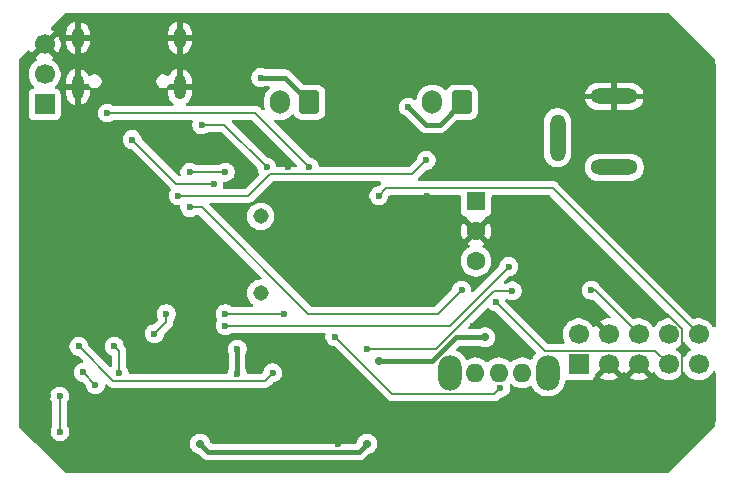
<source format=gbr>
%TF.GenerationSoftware,KiCad,Pcbnew,9.0.2*%
%TF.CreationDate,2025-06-03T14:55:11+02:00*%
%TF.ProjectId,aquarium-lid,61717561-7269-4756-9d2d-6c69642e6b69,2*%
%TF.SameCoordinates,Original*%
%TF.FileFunction,Copper,L2,Bot*%
%TF.FilePolarity,Positive*%
%FSLAX46Y46*%
G04 Gerber Fmt 4.6, Leading zero omitted, Abs format (unit mm)*
G04 Created by KiCad (PCBNEW 9.0.2) date 2025-06-03 14:55:11*
%MOMM*%
%LPD*%
G01*
G04 APERTURE LIST*
G04 Aperture macros list*
%AMRoundRect*
0 Rectangle with rounded corners*
0 $1 Rounding radius*
0 $2 $3 $4 $5 $6 $7 $8 $9 X,Y pos of 4 corners*
0 Add a 4 corners polygon primitive as box body*
4,1,4,$2,$3,$4,$5,$6,$7,$8,$9,$2,$3,0*
0 Add four circle primitives for the rounded corners*
1,1,$1+$1,$2,$3*
1,1,$1+$1,$4,$5*
1,1,$1+$1,$6,$7*
1,1,$1+$1,$8,$9*
0 Add four rect primitives between the rounded corners*
20,1,$1+$1,$2,$3,$4,$5,0*
20,1,$1+$1,$4,$5,$6,$7,0*
20,1,$1+$1,$6,$7,$8,$9,0*
20,1,$1+$1,$8,$9,$2,$3,0*%
G04 Aperture macros list end*
%TA.AperFunction,ComponentPad*%
%ADD10RoundRect,0.250000X0.600000X0.750000X-0.600000X0.750000X-0.600000X-0.750000X0.600000X-0.750000X0*%
%TD*%
%TA.AperFunction,ComponentPad*%
%ADD11O,1.700000X2.000000*%
%TD*%
%TA.AperFunction,ComponentPad*%
%ADD12R,1.700000X1.700000*%
%TD*%
%TA.AperFunction,ComponentPad*%
%ADD13C,1.700000*%
%TD*%
%TA.AperFunction,ComponentPad*%
%ADD14R,1.605000X1.605000*%
%TD*%
%TA.AperFunction,ComponentPad*%
%ADD15C,1.605000*%
%TD*%
%TA.AperFunction,ComponentPad*%
%ADD16O,4.000000X1.300000*%
%TD*%
%TA.AperFunction,ComponentPad*%
%ADD17O,1.300000X4.000000*%
%TD*%
%TA.AperFunction,ComponentPad*%
%ADD18C,1.308000*%
%TD*%
%TA.AperFunction,HeatsinkPad*%
%ADD19O,1.000000X2.100000*%
%TD*%
%TA.AperFunction,HeatsinkPad*%
%ADD20O,1.000000X1.800000*%
%TD*%
%TA.AperFunction,ComponentPad*%
%ADD21O,1.600000X1.600000*%
%TD*%
%TA.AperFunction,ComponentPad*%
%ADD22O,2.000000X3.000000*%
%TD*%
%TA.AperFunction,ViaPad*%
%ADD23C,0.700000*%
%TD*%
%TA.AperFunction,ViaPad*%
%ADD24C,0.600000*%
%TD*%
%TA.AperFunction,Conductor*%
%ADD25C,0.400000*%
%TD*%
%TA.AperFunction,Conductor*%
%ADD26C,0.200000*%
%TD*%
G04 APERTURE END LIST*
D10*
%TO.P,J2,1,Pin_1*%
%TO.N,Net-(D4-A)*%
X45120000Y-28100000D03*
D11*
%TO.P,J2,2,Pin_2*%
%TO.N,+12V*%
X42620000Y-28100000D03*
%TD*%
D12*
%TO.P,J1,1,Pin_1*%
%TO.N,/USB_D-*%
X22694589Y-28270286D03*
D13*
%TO.P,J1,2,Pin_2*%
%TO.N,/USB_D+*%
X22694589Y-25730286D03*
%TO.P,J1,3,Pin_3*%
%TO.N,GND*%
X22694589Y-23190286D03*
%TD*%
D14*
%TO.P,PS1,1,+VIN*%
%TO.N,Net-(PS1-+VIN)*%
X59225000Y-36460000D03*
D15*
%TO.P,PS1,2,GND*%
%TO.N,GND*%
X59225000Y-39000000D03*
%TO.P,PS1,3,+VOUT*%
%TO.N,Net-(PS1-+VOUT)*%
X59225000Y-41540000D03*
%TD*%
D12*
%TO.P,J7,1,Pin_1*%
%TO.N,+3V3*%
X67920000Y-50275000D03*
D13*
%TO.P,J7,2,Pin_2*%
X67920000Y-47735000D03*
%TO.P,J7,3,Pin_3*%
%TO.N,GND*%
X70460000Y-50275000D03*
%TO.P,J7,4,Pin_4*%
X70460000Y-47735000D03*
%TO.P,J7,5,Pin_5*%
X73000000Y-50275000D03*
%TO.P,J7,6,Pin_6*%
%TO.N,/GPIO5*%
X73000000Y-47735000D03*
%TO.P,J7,7,Pin_7*%
%TO.N,/GPIO3*%
X75540000Y-50275000D03*
%TO.P,J7,8,Pin_8*%
%TO.N,/GPIO2*%
X75540000Y-47735000D03*
%TO.P,J7,9,Pin_9*%
%TO.N,/GPIO21*%
X78080000Y-50275000D03*
%TO.P,J7,10,Pin_10*%
%TO.N,/GPIO20*%
X78080000Y-47735000D03*
%TD*%
D16*
%TO.P,DC1,1,3*%
%TO.N,GND*%
X70925000Y-27600000D03*
%TO.P,DC1,2,4*%
%TO.N,+12V*%
X70925000Y-33600000D03*
D17*
%TO.P,DC1,4,2*%
%TO.N,unconnected-(DC1-2-Pad4)*%
X66125000Y-31100000D03*
%TD*%
D18*
%TO.P,LS1,N*%
%TO.N,Net-(D2-A)*%
X41000000Y-44250000D03*
%TO.P,LS1,P*%
%TO.N,+3V3*%
X41000000Y-37750000D03*
%TD*%
D19*
%TO.P,J5,S1,SHIELD*%
%TO.N,GND*%
X34155000Y-26805000D03*
D20*
X34155000Y-22625000D03*
D19*
X25515000Y-26805000D03*
D20*
X25515000Y-22625000D03*
%TD*%
D10*
%TO.P,J3,1,Pin_1*%
%TO.N,Net-(D3-A)*%
X58035000Y-28100000D03*
D11*
%TO.P,J3,2,Pin_2*%
%TO.N,+12V*%
X55535000Y-28100000D03*
%TD*%
D21*
%TO.P,SW2,1,1*%
%TO.N,unconnected-(SW2-Pad1)*%
X63150000Y-51000000D03*
%TO.P,SW2,2,2*%
%TO.N,+12V*%
X61150000Y-51000000D03*
%TO.P,SW2,3,3*%
%TO.N,Net-(LED1-VDD)*%
X59150000Y-51000000D03*
D22*
%TO.P,SW2,4,4*%
%TO.N,unconnected-(SW2-Pad4)*%
X57000000Y-51000000D03*
%TO.P,SW2,5,5*%
%TO.N,unconnected-(SW2-Pad5)*%
X65300000Y-51000000D03*
%TD*%
D23*
%TO.N,+3V3*%
X51000000Y-50000000D03*
X60000000Y-48000000D03*
D24*
%TO.N,Net-(D3-A)*%
X53500000Y-28500000D03*
%TO.N,Net-(D4-A)*%
X41000000Y-26000000D03*
%TO.N,/RBG_DATA*%
X27000000Y-52000000D03*
X25961275Y-50961275D03*
%TO.N,GND*%
X22950000Y-51000000D03*
X38950000Y-52937500D03*
X50900000Y-32000000D03*
X28400000Y-37940000D03*
X55050000Y-36000000D03*
X37950000Y-31937500D03*
X26200000Y-39090000D03*
X27300000Y-40140000D03*
X28400000Y-39090000D03*
X27300000Y-37940000D03*
X64137500Y-57000000D03*
X26200000Y-37940000D03*
X28400000Y-40140000D03*
X33100000Y-48750000D03*
X45737500Y-53250000D03*
X57000000Y-43000000D03*
X26200000Y-40140000D03*
X22950000Y-53000000D03*
X30962500Y-57000000D03*
X43290700Y-33589765D03*
X36000000Y-48912500D03*
X39672347Y-33598526D03*
X72050000Y-38000000D03*
X47550000Y-57000000D03*
X66000000Y-38050000D03*
X58950000Y-47000000D03*
X27300000Y-39090000D03*
%TO.N,/FAN1_PWM*%
X33000000Y-46000000D03*
X32000000Y-47687500D03*
%TO.N,/BUZZER_OUT*%
X28600000Y-48750000D03*
X29000000Y-51000000D03*
%TO.N,Net-(U1-EN{slash}CHIP_PU)*%
X23961275Y-52961275D03*
X24000000Y-56000000D03*
%TO.N,Net-(U1-GPIO6)*%
X38000000Y-46000000D03*
X43000000Y-46000000D03*
%TO.N,/TEMP_DATA*%
X38000000Y-47000000D03*
X62000000Y-42000000D03*
%TO.N,Net-(J5-CC1)*%
X41497347Y-33598526D03*
X36000000Y-30000000D03*
%TO.N,Net-(J5-CC2)*%
X45115700Y-33589765D03*
X28000000Y-29000000D03*
%TO.N,Net-(D2-A)*%
X39000000Y-51062500D03*
X39000000Y-49000000D03*
D23*
%TO.N,Net-(LED1-VDD)*%
X50000000Y-57000000D03*
X35862500Y-57000000D03*
D24*
%TO.N,/GPIO3*%
X60900000Y-45000000D03*
X58000000Y-44000000D03*
X35000000Y-37000000D03*
%TO.N,/GPIO2*%
X34000000Y-36000000D03*
X55000000Y-33000000D03*
%TO.N,/GPIO20*%
X35000000Y-34000000D03*
X51000000Y-36000000D03*
X38000000Y-34000000D03*
%TO.N,/GPIO5*%
X25600000Y-48750000D03*
X42000000Y-51000000D03*
X50000000Y-49000000D03*
X62300000Y-44060501D03*
X69000000Y-44000000D03*
%TO.N,/GPIO21*%
X37000000Y-35000000D03*
X61290873Y-52292344D03*
X30100000Y-31250000D03*
X47274210Y-47935480D03*
%TD*%
D25*
%TO.N,+3V3*%
X55518687Y-50000000D02*
X51000000Y-50000000D01*
X60000000Y-48000000D02*
X57518687Y-48000000D01*
X57518687Y-48000000D02*
X55518687Y-50000000D01*
%TO.N,Net-(D3-A)*%
X56135000Y-30000000D02*
X58035000Y-28100000D01*
X53500000Y-28500000D02*
X55000000Y-30000000D01*
X55000000Y-30000000D02*
X56135000Y-30000000D01*
%TO.N,Net-(D4-A)*%
X41000000Y-26000000D02*
X43020000Y-26000000D01*
X43020000Y-26000000D02*
X45120000Y-28100000D01*
D26*
%TO.N,/RBG_DATA*%
X27000000Y-52000000D02*
X25961275Y-50961275D01*
%TO.N,GND*%
X76691000Y-47258240D02*
X75432760Y-46000000D01*
X75000000Y-55000000D02*
X76691000Y-53309000D01*
X75432760Y-46000000D02*
X74000000Y-46000000D01*
X76691000Y-53309000D02*
X76691000Y-47258240D01*
%TO.N,/FAN1_PWM*%
X33000000Y-46687500D02*
X33000000Y-46000000D01*
X32000000Y-47687500D02*
X33000000Y-46687500D01*
%TO.N,/BUZZER_OUT*%
X29000000Y-49150000D02*
X28600000Y-48750000D01*
X29000000Y-51000000D02*
X29000000Y-49150000D01*
%TO.N,Net-(U1-EN{slash}CHIP_PU)*%
X23961275Y-52961275D02*
X23961275Y-55961275D01*
X23961275Y-55961275D02*
X24000000Y-56000000D01*
%TO.N,Net-(U1-GPIO6)*%
X43000000Y-46000000D02*
X38000000Y-46000000D01*
%TO.N,/TEMP_DATA*%
X62000000Y-42000000D02*
X57000000Y-47000000D01*
X57000000Y-47000000D02*
X38000000Y-47000000D01*
%TO.N,Net-(J5-CC1)*%
X37898821Y-30000000D02*
X41497347Y-33598526D01*
X36000000Y-30000000D02*
X37898821Y-30000000D01*
%TO.N,Net-(J5-CC2)*%
X40525935Y-29000000D02*
X45115700Y-33589765D01*
X28000000Y-29000000D02*
X40525935Y-29000000D01*
D25*
%TO.N,Net-(D2-A)*%
X39000000Y-49000000D02*
X39000000Y-51062500D01*
%TO.N,Net-(LED1-VDD)*%
X50000000Y-57000000D02*
X49299000Y-57701000D01*
X36563500Y-57701000D02*
X35862500Y-57000000D01*
X49299000Y-57701000D02*
X36563500Y-57701000D01*
D26*
%TO.N,/GPIO3*%
X60900000Y-45000000D02*
X65024000Y-49124000D01*
X45000000Y-46000000D02*
X56000000Y-46000000D01*
X74389000Y-49124000D02*
X75540000Y-50275000D01*
X35000000Y-37000000D02*
X36000000Y-37000000D01*
X36000000Y-37000000D02*
X45000000Y-46000000D01*
X65024000Y-49124000D02*
X74389000Y-49124000D01*
X56000000Y-46000000D02*
X58000000Y-44000000D01*
%TO.N,/GPIO2*%
X53809235Y-34190765D02*
X41755051Y-34190765D01*
X41755051Y-34190765D02*
X39945816Y-36000000D01*
X39945816Y-36000000D02*
X34000000Y-36000000D01*
X55000000Y-33000000D02*
X53809235Y-34190765D01*
%TO.N,/GPIO20*%
X65701500Y-35356500D02*
X78080000Y-47735000D01*
X51643500Y-35356500D02*
X65701500Y-35356500D01*
X51000000Y-36000000D02*
X51643500Y-35356500D01*
X35000000Y-34000000D02*
X38000000Y-34000000D01*
%TO.N,/GPIO5*%
X42000000Y-51000000D02*
X41336500Y-51663500D01*
X60401000Y-44399000D02*
X60739499Y-44060501D01*
X60401000Y-44399000D02*
X55800000Y-49000000D01*
X41336500Y-51663500D02*
X28513500Y-51663500D01*
X69000000Y-44000000D02*
X69265000Y-44000000D01*
X28513500Y-51663500D02*
X25600000Y-48750000D01*
X55800000Y-49000000D02*
X50000000Y-49000000D01*
X60739499Y-44060501D02*
X62300000Y-44060501D01*
X69265000Y-44000000D02*
X73000000Y-47735000D01*
%TO.N,/GPIO21*%
X37000000Y-35000000D02*
X33850000Y-35000000D01*
X60782217Y-52801000D02*
X52139730Y-52801000D01*
X33850000Y-35000000D02*
X30100000Y-31250000D01*
X52139730Y-52801000D02*
X47274210Y-47935480D01*
X61290873Y-52292344D02*
X60782217Y-52801000D01*
%TD*%
%TA.AperFunction,Conductor*%
%TO.N,GND*%
G36*
X75002702Y-20500617D02*
G01*
X75386771Y-20517386D01*
X75397506Y-20518326D01*
X75494913Y-20531150D01*
X75558808Y-20559415D01*
X75566407Y-20566407D01*
X79433591Y-24433591D01*
X79467076Y-24494914D01*
X79468849Y-24505086D01*
X79481671Y-24602473D01*
X79482614Y-24613250D01*
X79499382Y-24997297D01*
X79499500Y-25002706D01*
X79499500Y-47029696D01*
X79479815Y-47096735D01*
X79427011Y-47142490D01*
X79357853Y-47152434D01*
X79294297Y-47123409D01*
X79265016Y-47085991D01*
X79235052Y-47027185D01*
X79235051Y-47027184D01*
X79110109Y-46855213D01*
X78959786Y-46704890D01*
X78787820Y-46579951D01*
X78598414Y-46483444D01*
X78598413Y-46483443D01*
X78598412Y-46483443D01*
X78396243Y-46417754D01*
X78396241Y-46417753D01*
X78396240Y-46417753D01*
X78234957Y-46392208D01*
X78186287Y-46384500D01*
X77973713Y-46384500D01*
X77903890Y-46395559D01*
X77763755Y-46417754D01*
X77763748Y-46417755D01*
X77721475Y-46431491D01*
X77651634Y-46433486D01*
X77595477Y-46401241D01*
X66189090Y-34994855D01*
X66189088Y-34994852D01*
X66070217Y-34875981D01*
X66070216Y-34875980D01*
X65939480Y-34800500D01*
X65939479Y-34800499D01*
X65933287Y-34796924D01*
X65933282Y-34796922D01*
X65903326Y-34788895D01*
X65780557Y-34755999D01*
X65622443Y-34755999D01*
X65614847Y-34755999D01*
X65614831Y-34756000D01*
X54392596Y-34756000D01*
X54325557Y-34736315D01*
X54279802Y-34683511D01*
X54269858Y-34614353D01*
X54298883Y-34550797D01*
X54304915Y-34544319D01*
X54646240Y-34202994D01*
X55014662Y-33834572D01*
X55075983Y-33801089D01*
X55078150Y-33800638D01*
X55136085Y-33789113D01*
X55233497Y-33769737D01*
X55379179Y-33709394D01*
X55510289Y-33621789D01*
X55621789Y-33510289D01*
X55709394Y-33379179D01*
X55709641Y-33378584D01*
X55730778Y-33327553D01*
X55769737Y-33233497D01*
X55800500Y-33078842D01*
X55800500Y-32921158D01*
X55800500Y-32921155D01*
X55800499Y-32921153D01*
X55794129Y-32889128D01*
X55769737Y-32766503D01*
X55768680Y-32763951D01*
X55709397Y-32620827D01*
X55709390Y-32620814D01*
X55621789Y-32489711D01*
X55621786Y-32489707D01*
X55510292Y-32378213D01*
X55510288Y-32378210D01*
X55379185Y-32290609D01*
X55379172Y-32290602D01*
X55233501Y-32230264D01*
X55233489Y-32230261D01*
X55078845Y-32199500D01*
X55078842Y-32199500D01*
X54921158Y-32199500D01*
X54921155Y-32199500D01*
X54766510Y-32230261D01*
X54766498Y-32230264D01*
X54620827Y-32290602D01*
X54620814Y-32290609D01*
X54489711Y-32378210D01*
X54489707Y-32378213D01*
X54378213Y-32489707D01*
X54378210Y-32489711D01*
X54290609Y-32620814D01*
X54290602Y-32620827D01*
X54230264Y-32766498D01*
X54230261Y-32766508D01*
X54199361Y-32921850D01*
X54166976Y-32983761D01*
X54165425Y-32985339D01*
X53596819Y-33553946D01*
X53535496Y-33587431D01*
X53509138Y-33590265D01*
X46033746Y-33590265D01*
X45966707Y-33570580D01*
X45920952Y-33517776D01*
X45912129Y-33490456D01*
X45900898Y-33433996D01*
X45885437Y-33356268D01*
X45874801Y-33330591D01*
X45825097Y-33210592D01*
X45825090Y-33210579D01*
X45737489Y-33079476D01*
X45737486Y-33079472D01*
X45625992Y-32967978D01*
X45625988Y-32967975D01*
X45494885Y-32880374D01*
X45494872Y-32880367D01*
X45349201Y-32820029D01*
X45349191Y-32820026D01*
X45193849Y-32789126D01*
X45131938Y-32756741D01*
X45130360Y-32755190D01*
X42133718Y-29758548D01*
X42100233Y-29697225D01*
X42105217Y-29627533D01*
X42147089Y-29571600D01*
X42212553Y-29547183D01*
X42259714Y-29552935D01*
X42303757Y-29567246D01*
X42513713Y-29600500D01*
X42513714Y-29600500D01*
X42726286Y-29600500D01*
X42726287Y-29600500D01*
X42936243Y-29567246D01*
X43138412Y-29501557D01*
X43327816Y-29405051D01*
X43499792Y-29280104D01*
X43638604Y-29141291D01*
X43699923Y-29107809D01*
X43769615Y-29112793D01*
X43825549Y-29154664D01*
X43831821Y-29163878D01*
X43835185Y-29169333D01*
X43835186Y-29169334D01*
X43927288Y-29318656D01*
X44051344Y-29442712D01*
X44200666Y-29534814D01*
X44367203Y-29589999D01*
X44469991Y-29600500D01*
X45770008Y-29600499D01*
X45872797Y-29589999D01*
X46039334Y-29534814D01*
X46188656Y-29442712D01*
X46312712Y-29318656D01*
X46404814Y-29169334D01*
X46459999Y-29002797D01*
X46470500Y-28900009D01*
X46470499Y-28421153D01*
X52699500Y-28421153D01*
X52699500Y-28578846D01*
X52730261Y-28733489D01*
X52730264Y-28733501D01*
X52790602Y-28879172D01*
X52790609Y-28879185D01*
X52878210Y-29010288D01*
X52878213Y-29010292D01*
X52989707Y-29121786D01*
X52989711Y-29121789D01*
X53120814Y-29209390D01*
X53120827Y-29209397D01*
X53265187Y-29269192D01*
X53305416Y-29296072D01*
X54455886Y-30446542D01*
X54519632Y-30510288D01*
X54553459Y-30544115D01*
X54668182Y-30620771D01*
X54668195Y-30620778D01*
X54737534Y-30649499D01*
X54766603Y-30661539D01*
X54795671Y-30673580D01*
X54795674Y-30673580D01*
X54795679Y-30673582D01*
X54822545Y-30678925D01*
X54822551Y-30678926D01*
X54822591Y-30678934D01*
X54912937Y-30696905D01*
X54931006Y-30700500D01*
X54931007Y-30700500D01*
X56203996Y-30700500D01*
X56312457Y-30678925D01*
X56339328Y-30673580D01*
X56403069Y-30647177D01*
X56466807Y-30620777D01*
X56466808Y-30620776D01*
X56466811Y-30620775D01*
X56581543Y-30544114D01*
X57466207Y-29659448D01*
X64974500Y-29659448D01*
X64974500Y-32540551D01*
X65002829Y-32719410D01*
X65058787Y-32891636D01*
X65058788Y-32891639D01*
X65141006Y-33052997D01*
X65247441Y-33199494D01*
X65247445Y-33199499D01*
X65375500Y-33327554D01*
X65375505Y-33327558D01*
X65474526Y-33399500D01*
X65522006Y-33433996D01*
X65627484Y-33487740D01*
X65683360Y-33516211D01*
X65683363Y-33516212D01*
X65769476Y-33544191D01*
X65855591Y-33572171D01*
X65938429Y-33585291D01*
X66034449Y-33600500D01*
X66034454Y-33600500D01*
X66215551Y-33600500D01*
X66302259Y-33586765D01*
X66394409Y-33572171D01*
X66566639Y-33516211D01*
X66579912Y-33509448D01*
X68424500Y-33509448D01*
X68424500Y-33690551D01*
X68452829Y-33869410D01*
X68508787Y-34041636D01*
X68508788Y-34041639D01*
X68591006Y-34202997D01*
X68697441Y-34349494D01*
X68697445Y-34349499D01*
X68825500Y-34477554D01*
X68825505Y-34477558D01*
X68917395Y-34544319D01*
X68972006Y-34583996D01*
X69077484Y-34637740D01*
X69133360Y-34666211D01*
X69133363Y-34666212D01*
X69219476Y-34694191D01*
X69305591Y-34722171D01*
X69388429Y-34735291D01*
X69484449Y-34750500D01*
X69484454Y-34750500D01*
X72365551Y-34750500D01*
X72455107Y-34736315D01*
X72544409Y-34722171D01*
X72716639Y-34666211D01*
X72877994Y-34583996D01*
X73024501Y-34477553D01*
X73152553Y-34349501D01*
X73258996Y-34202994D01*
X73341211Y-34041639D01*
X73397171Y-33869409D01*
X73413470Y-33766503D01*
X73425500Y-33690551D01*
X73425500Y-33509448D01*
X73404967Y-33379815D01*
X73397171Y-33330591D01*
X73358180Y-33210586D01*
X73341212Y-33158363D01*
X73341211Y-33158360D01*
X73287523Y-33052994D01*
X73258996Y-32997006D01*
X73237904Y-32967975D01*
X73152558Y-32850505D01*
X73152554Y-32850500D01*
X73024499Y-32722445D01*
X73024494Y-32722441D01*
X72877997Y-32616006D01*
X72877996Y-32616005D01*
X72877994Y-32616004D01*
X72826300Y-32589664D01*
X72716639Y-32533788D01*
X72716636Y-32533787D01*
X72544410Y-32477829D01*
X72365551Y-32449500D01*
X72365546Y-32449500D01*
X69484454Y-32449500D01*
X69484449Y-32449500D01*
X69305589Y-32477829D01*
X69133363Y-32533787D01*
X69133360Y-32533788D01*
X68972002Y-32616006D01*
X68825505Y-32722441D01*
X68825500Y-32722445D01*
X68697445Y-32850500D01*
X68697441Y-32850505D01*
X68591006Y-32997002D01*
X68508788Y-33158360D01*
X68508787Y-33158363D01*
X68452829Y-33330589D01*
X68424500Y-33509448D01*
X66579912Y-33509448D01*
X66727994Y-33433996D01*
X66747877Y-33419550D01*
X66768918Y-33404264D01*
X66865002Y-33334454D01*
X66874501Y-33327553D01*
X67002553Y-33199501D01*
X67108996Y-33052994D01*
X67191211Y-32891639D01*
X67247171Y-32719409D01*
X67263549Y-32616004D01*
X67275500Y-32540551D01*
X67275500Y-29659448D01*
X67257718Y-29547183D01*
X67247171Y-29480591D01*
X67208839Y-29362614D01*
X67191212Y-29308363D01*
X67191211Y-29308360D01*
X67153068Y-29233501D01*
X67108996Y-29147006D01*
X67059472Y-29078842D01*
X67002558Y-29000505D01*
X67002554Y-29000500D01*
X66874499Y-28872445D01*
X66874494Y-28872441D01*
X66727997Y-28766006D01*
X66727996Y-28766005D01*
X66727994Y-28766004D01*
X66628159Y-28715135D01*
X66566639Y-28683788D01*
X66566636Y-28683787D01*
X66394410Y-28627829D01*
X66215551Y-28599500D01*
X66215546Y-28599500D01*
X66034454Y-28599500D01*
X66034449Y-28599500D01*
X65855589Y-28627829D01*
X65683363Y-28683787D01*
X65683360Y-28683788D01*
X65522002Y-28766006D01*
X65375505Y-28872441D01*
X65375500Y-28872445D01*
X65247445Y-29000500D01*
X65247441Y-29000505D01*
X65141006Y-29147002D01*
X65058788Y-29308360D01*
X65058787Y-29308363D01*
X65002829Y-29480589D01*
X64974500Y-29659448D01*
X57466207Y-29659448D01*
X57488838Y-29636817D01*
X57550161Y-29603333D01*
X57576519Y-29600499D01*
X58685002Y-29600499D01*
X58685008Y-29600499D01*
X58787797Y-29589999D01*
X58954334Y-29534814D01*
X59103656Y-29442712D01*
X59227712Y-29318656D01*
X59319814Y-29169334D01*
X59374999Y-29002797D01*
X59385500Y-28900009D01*
X59385499Y-27350000D01*
X68450261Y-27350000D01*
X69259318Y-27350000D01*
X69254923Y-27354395D01*
X69202262Y-27445606D01*
X69175003Y-27547339D01*
X69175003Y-27652661D01*
X69202262Y-27754394D01*
X69254923Y-27845605D01*
X69259318Y-27850000D01*
X68450261Y-27850000D01*
X68453315Y-27869285D01*
X68453318Y-27869295D01*
X68509250Y-28041441D01*
X68509252Y-28041447D01*
X68591434Y-28202734D01*
X68697823Y-28349169D01*
X68825830Y-28477176D01*
X68972265Y-28583565D01*
X69133552Y-28665747D01*
X69133555Y-28665748D01*
X69305706Y-28721682D01*
X69484494Y-28750000D01*
X70675000Y-28750000D01*
X70675000Y-27999999D01*
X71175000Y-27999999D01*
X71175000Y-28750000D01*
X72365506Y-28750000D01*
X72544293Y-28721682D01*
X72716444Y-28665748D01*
X72716447Y-28665747D01*
X72877734Y-28583565D01*
X73024169Y-28477176D01*
X73152176Y-28349169D01*
X73258565Y-28202734D01*
X73340747Y-28041447D01*
X73340749Y-28041441D01*
X73396681Y-27869295D01*
X73396684Y-27869285D01*
X73399739Y-27850000D01*
X72590682Y-27850000D01*
X72595077Y-27845605D01*
X72647738Y-27754394D01*
X72674997Y-27652661D01*
X72674997Y-27547339D01*
X72647738Y-27445606D01*
X72595077Y-27354395D01*
X72590682Y-27350000D01*
X73399739Y-27350000D01*
X73396684Y-27330714D01*
X73396681Y-27330704D01*
X73340749Y-27158558D01*
X73340747Y-27158552D01*
X73258565Y-26997265D01*
X73152176Y-26850830D01*
X73024169Y-26722823D01*
X72877734Y-26616434D01*
X72716447Y-26534252D01*
X72716444Y-26534251D01*
X72544293Y-26478317D01*
X72365506Y-26450000D01*
X71175000Y-26450000D01*
X71175000Y-27200001D01*
X70675000Y-27200001D01*
X70675000Y-26450000D01*
X69484494Y-26450000D01*
X69305706Y-26478317D01*
X69133555Y-26534251D01*
X69133552Y-26534252D01*
X68972265Y-26616434D01*
X68825830Y-26722823D01*
X68697823Y-26850830D01*
X68591434Y-26997265D01*
X68509252Y-27158552D01*
X68509250Y-27158558D01*
X68453318Y-27330704D01*
X68453315Y-27330714D01*
X68450261Y-27350000D01*
X59385499Y-27350000D01*
X59385499Y-27299992D01*
X59374999Y-27197203D01*
X59319814Y-27030666D01*
X59227712Y-26881344D01*
X59103656Y-26757288D01*
X58954334Y-26665186D01*
X58787797Y-26610001D01*
X58787795Y-26610000D01*
X58685010Y-26599500D01*
X57384998Y-26599500D01*
X57384981Y-26599501D01*
X57282203Y-26610000D01*
X57282200Y-26610001D01*
X57115668Y-26665185D01*
X57115663Y-26665187D01*
X56966342Y-26757289D01*
X56842289Y-26881342D01*
X56746821Y-27036121D01*
X56694873Y-27082845D01*
X56625910Y-27094068D01*
X56561828Y-27066224D01*
X56553601Y-27058705D01*
X56414786Y-26919890D01*
X56242820Y-26794951D01*
X56053414Y-26698444D01*
X56053413Y-26698443D01*
X56053412Y-26698443D01*
X55851243Y-26632754D01*
X55851241Y-26632753D01*
X55851240Y-26632753D01*
X55689957Y-26607208D01*
X55641287Y-26599500D01*
X55428713Y-26599500D01*
X55380042Y-26607208D01*
X55218760Y-26632753D01*
X55016585Y-26698444D01*
X54827179Y-26794951D01*
X54655213Y-26919890D01*
X54504890Y-27070213D01*
X54379951Y-27242179D01*
X54283444Y-27431585D01*
X54283443Y-27431587D01*
X54283443Y-27431588D01*
X54250598Y-27532672D01*
X54217753Y-27633760D01*
X54193189Y-27788851D01*
X54163260Y-27851986D01*
X54103948Y-27888917D01*
X54034086Y-27887919D01*
X54001825Y-27872555D01*
X53879185Y-27790609D01*
X53879172Y-27790602D01*
X53733501Y-27730264D01*
X53733489Y-27730261D01*
X53578845Y-27699500D01*
X53578842Y-27699500D01*
X53421158Y-27699500D01*
X53421155Y-27699500D01*
X53266510Y-27730261D01*
X53266498Y-27730264D01*
X53120827Y-27790602D01*
X53120814Y-27790609D01*
X52989711Y-27878210D01*
X52989707Y-27878213D01*
X52878213Y-27989707D01*
X52878210Y-27989711D01*
X52790609Y-28120814D01*
X52790602Y-28120827D01*
X52730264Y-28266498D01*
X52730261Y-28266510D01*
X52699500Y-28421153D01*
X46470499Y-28421153D01*
X46470499Y-28083564D01*
X46470499Y-27299998D01*
X46470498Y-27299981D01*
X46459999Y-27197203D01*
X46459998Y-27197200D01*
X46420482Y-27077950D01*
X46404814Y-27030666D01*
X46312712Y-26881344D01*
X46188656Y-26757288D01*
X46039334Y-26665186D01*
X45872797Y-26610001D01*
X45872795Y-26610000D01*
X45770016Y-26599500D01*
X45770009Y-26599500D01*
X44661519Y-26599500D01*
X44594480Y-26579815D01*
X44573838Y-26563181D01*
X43466546Y-25455888D01*
X43466545Y-25455887D01*
X43351807Y-25379222D01*
X43224332Y-25326421D01*
X43224322Y-25326418D01*
X43088996Y-25299500D01*
X43088994Y-25299500D01*
X43088993Y-25299500D01*
X41425316Y-25299500D01*
X41377864Y-25290061D01*
X41233501Y-25230264D01*
X41233489Y-25230261D01*
X41078845Y-25199500D01*
X41078842Y-25199500D01*
X40921158Y-25199500D01*
X40921155Y-25199500D01*
X40766510Y-25230261D01*
X40766498Y-25230264D01*
X40620827Y-25290602D01*
X40620814Y-25290609D01*
X40489711Y-25378210D01*
X40489707Y-25378213D01*
X40378213Y-25489707D01*
X40378210Y-25489711D01*
X40290609Y-25620814D01*
X40290602Y-25620827D01*
X40230264Y-25766498D01*
X40230261Y-25766510D01*
X40199500Y-25921153D01*
X40199500Y-26078846D01*
X40230261Y-26233489D01*
X40230264Y-26233501D01*
X40290602Y-26379172D01*
X40290609Y-26379185D01*
X40378210Y-26510288D01*
X40378213Y-26510292D01*
X40489707Y-26621786D01*
X40489711Y-26621789D01*
X40620814Y-26709390D01*
X40620827Y-26709397D01*
X40756310Y-26765515D01*
X40766503Y-26769737D01*
X40921153Y-26800499D01*
X40921156Y-26800500D01*
X40921158Y-26800500D01*
X41078844Y-26800500D01*
X41078845Y-26800499D01*
X41233497Y-26769737D01*
X41308963Y-26738478D01*
X41377864Y-26709939D01*
X41386040Y-26708312D01*
X41390381Y-26705523D01*
X41425316Y-26700500D01*
X41660971Y-26700500D01*
X41728010Y-26720185D01*
X41773765Y-26772989D01*
X41783709Y-26842147D01*
X41754684Y-26905703D01*
X41741507Y-26918786D01*
X41740210Y-26919893D01*
X41589890Y-27070213D01*
X41464951Y-27242179D01*
X41368444Y-27431585D01*
X41368443Y-27431587D01*
X41368443Y-27431588D01*
X41335598Y-27532672D01*
X41302753Y-27633760D01*
X41283647Y-27754394D01*
X41269500Y-27843713D01*
X41269500Y-28356287D01*
X41275645Y-28395082D01*
X41302753Y-28566240D01*
X41302754Y-28566244D01*
X41317063Y-28610283D01*
X41317244Y-28616650D01*
X41320298Y-28622242D01*
X41318230Y-28651152D01*
X41319058Y-28680124D01*
X41315768Y-28685579D01*
X41315314Y-28691934D01*
X41297944Y-28715135D01*
X41282977Y-28739957D01*
X41277258Y-28742768D01*
X41273442Y-28747867D01*
X41246289Y-28757994D01*
X41220276Y-28770784D01*
X41213946Y-28770057D01*
X41207978Y-28772284D01*
X41179657Y-28766123D01*
X41150861Y-28762819D01*
X41144367Y-28758446D01*
X41139705Y-28757432D01*
X41111451Y-28736281D01*
X41013525Y-28638355D01*
X41013523Y-28638352D01*
X40894652Y-28519481D01*
X40894651Y-28519480D01*
X40807839Y-28469360D01*
X40807839Y-28469359D01*
X40807835Y-28469358D01*
X40757720Y-28440423D01*
X40604992Y-28399499D01*
X40446878Y-28399499D01*
X40439282Y-28399499D01*
X40439266Y-28399500D01*
X34800522Y-28399500D01*
X34733483Y-28379815D01*
X34687728Y-28327011D01*
X34677784Y-28257853D01*
X34706809Y-28194297D01*
X34731631Y-28172398D01*
X34792462Y-28131751D01*
X34792466Y-28131748D01*
X34931748Y-27992466D01*
X34931751Y-27992462D01*
X35041185Y-27828684D01*
X35041192Y-27828671D01*
X35116569Y-27646693D01*
X35116572Y-27646681D01*
X35154999Y-27453495D01*
X35155000Y-27453492D01*
X35155000Y-27055000D01*
X34455000Y-27055000D01*
X34455000Y-26555000D01*
X35155000Y-26555000D01*
X35155000Y-26156508D01*
X35154999Y-26156504D01*
X35116572Y-25963318D01*
X35116569Y-25963306D01*
X35041192Y-25781328D01*
X35041185Y-25781315D01*
X34931751Y-25617537D01*
X34931748Y-25617533D01*
X34792466Y-25478251D01*
X34792462Y-25478248D01*
X34628684Y-25368814D01*
X34628671Y-25368807D01*
X34446691Y-25293429D01*
X34446683Y-25293427D01*
X34405000Y-25285135D01*
X34405000Y-26088011D01*
X34395060Y-26070795D01*
X34339205Y-26014940D01*
X34270796Y-25975444D01*
X34194496Y-25955000D01*
X34115504Y-25955000D01*
X34039204Y-25975444D01*
X33970795Y-26014940D01*
X33914940Y-26070795D01*
X33905000Y-26088011D01*
X33905000Y-25285136D01*
X33904999Y-25285135D01*
X33863316Y-25293427D01*
X33863308Y-25293429D01*
X33681328Y-25368807D01*
X33681315Y-25368814D01*
X33517537Y-25478248D01*
X33517533Y-25478251D01*
X33378251Y-25617533D01*
X33378248Y-25617537D01*
X33268814Y-25781315D01*
X33268809Y-25781324D01*
X33264866Y-25790845D01*
X33221023Y-25845247D01*
X33154728Y-25867310D01*
X33087030Y-25850029D01*
X33081597Y-25846351D01*
X32947136Y-25768719D01*
X32873950Y-25749109D01*
X32800766Y-25729500D01*
X32649234Y-25729500D01*
X32502863Y-25768719D01*
X32371635Y-25844485D01*
X32371632Y-25844487D01*
X32264487Y-25951632D01*
X32264485Y-25951635D01*
X32188719Y-26082863D01*
X32149500Y-26229234D01*
X32149500Y-26380765D01*
X32188719Y-26527136D01*
X32192827Y-26534251D01*
X32264485Y-26658365D01*
X32371635Y-26765515D01*
X32502865Y-26841281D01*
X32649234Y-26880500D01*
X32649236Y-26880500D01*
X32800764Y-26880500D01*
X32800766Y-26880500D01*
X32947135Y-26841281D01*
X33078365Y-26765515D01*
X33185515Y-26658365D01*
X33209397Y-26616999D01*
X33259964Y-26568784D01*
X33316784Y-26555000D01*
X33855000Y-26555000D01*
X33855000Y-27055000D01*
X33155000Y-27055000D01*
X33155000Y-27453495D01*
X33193427Y-27646681D01*
X33193430Y-27646693D01*
X33268807Y-27828671D01*
X33268814Y-27828684D01*
X33378248Y-27992462D01*
X33378251Y-27992466D01*
X33517533Y-28131748D01*
X33517537Y-28131751D01*
X33578369Y-28172398D01*
X33623174Y-28226010D01*
X33631881Y-28295335D01*
X33601727Y-28358363D01*
X33542284Y-28395082D01*
X33509478Y-28399500D01*
X28579766Y-28399500D01*
X28512727Y-28379815D01*
X28510875Y-28378602D01*
X28379185Y-28290609D01*
X28379172Y-28290602D01*
X28233501Y-28230264D01*
X28233489Y-28230261D01*
X28078845Y-28199500D01*
X28078842Y-28199500D01*
X27921158Y-28199500D01*
X27921155Y-28199500D01*
X27766510Y-28230261D01*
X27766498Y-28230264D01*
X27620827Y-28290602D01*
X27620814Y-28290609D01*
X27489711Y-28378210D01*
X27489707Y-28378213D01*
X27378213Y-28489707D01*
X27378210Y-28489711D01*
X27290609Y-28620814D01*
X27290602Y-28620827D01*
X27230264Y-28766498D01*
X27230261Y-28766510D01*
X27199500Y-28921153D01*
X27199500Y-29078846D01*
X27230261Y-29233489D01*
X27230264Y-29233501D01*
X27290602Y-29379172D01*
X27290609Y-29379185D01*
X27378210Y-29510288D01*
X27378213Y-29510292D01*
X27489707Y-29621786D01*
X27489711Y-29621789D01*
X27620814Y-29709390D01*
X27620827Y-29709397D01*
X27758695Y-29766503D01*
X27766503Y-29769737D01*
X27921153Y-29800499D01*
X27921156Y-29800500D01*
X27921158Y-29800500D01*
X28078844Y-29800500D01*
X28078845Y-29800499D01*
X28233497Y-29769737D01*
X28379179Y-29709394D01*
X28433663Y-29672989D01*
X28510875Y-29621398D01*
X28577553Y-29600520D01*
X28579766Y-29600500D01*
X35113445Y-29600500D01*
X35180484Y-29620185D01*
X35226239Y-29672989D01*
X35236183Y-29742147D01*
X35231159Y-29760411D01*
X35232031Y-29760676D01*
X35230261Y-29766510D01*
X35199500Y-29921153D01*
X35199500Y-30078846D01*
X35230261Y-30233489D01*
X35230264Y-30233501D01*
X35290602Y-30379172D01*
X35290609Y-30379185D01*
X35378210Y-30510288D01*
X35378213Y-30510292D01*
X35489707Y-30621786D01*
X35489711Y-30621789D01*
X35620814Y-30709390D01*
X35620827Y-30709397D01*
X35694013Y-30739711D01*
X35766503Y-30769737D01*
X35921153Y-30800499D01*
X35921156Y-30800500D01*
X35921158Y-30800500D01*
X36078844Y-30800500D01*
X36078845Y-30800499D01*
X36233497Y-30769737D01*
X36379179Y-30709394D01*
X36424779Y-30678925D01*
X36510875Y-30621398D01*
X36577553Y-30600520D01*
X36579766Y-30600500D01*
X37598724Y-30600500D01*
X37665763Y-30620185D01*
X37686405Y-30636819D01*
X40662772Y-33613186D01*
X40696257Y-33674509D01*
X40696708Y-33676675D01*
X40727608Y-33832017D01*
X40727611Y-33832027D01*
X40787949Y-33977698D01*
X40787956Y-33977711D01*
X40863964Y-34091464D01*
X40884842Y-34158141D01*
X40866358Y-34225522D01*
X40848543Y-34248036D01*
X39733400Y-35363181D01*
X39672077Y-35396666D01*
X39645719Y-35399500D01*
X37886555Y-35399500D01*
X37819516Y-35379815D01*
X37773761Y-35327011D01*
X37763817Y-35257853D01*
X37768840Y-35239588D01*
X37767969Y-35239324D01*
X37769731Y-35233509D01*
X37769737Y-35233497D01*
X37800500Y-35078842D01*
X37800500Y-34924500D01*
X37820185Y-34857461D01*
X37872989Y-34811706D01*
X37924500Y-34800500D01*
X38078844Y-34800500D01*
X38078845Y-34800499D01*
X38233497Y-34769737D01*
X38379179Y-34709394D01*
X38510289Y-34621789D01*
X38621789Y-34510289D01*
X38709394Y-34379179D01*
X38769737Y-34233497D01*
X38800500Y-34078842D01*
X38800500Y-33921158D01*
X38800500Y-33921155D01*
X38800499Y-33921153D01*
X38769737Y-33766503D01*
X38738275Y-33690546D01*
X38709397Y-33620827D01*
X38709390Y-33620814D01*
X38621789Y-33489711D01*
X38621786Y-33489707D01*
X38510292Y-33378213D01*
X38510288Y-33378210D01*
X38379185Y-33290609D01*
X38379172Y-33290602D01*
X38233501Y-33230264D01*
X38233489Y-33230261D01*
X38078845Y-33199500D01*
X38078842Y-33199500D01*
X37921158Y-33199500D01*
X37921155Y-33199500D01*
X37766510Y-33230261D01*
X37766498Y-33230264D01*
X37620827Y-33290602D01*
X37620814Y-33290609D01*
X37489125Y-33378602D01*
X37422447Y-33399480D01*
X37420234Y-33399500D01*
X35579766Y-33399500D01*
X35512727Y-33379815D01*
X35510875Y-33378602D01*
X35379185Y-33290609D01*
X35379172Y-33290602D01*
X35233501Y-33230264D01*
X35233489Y-33230261D01*
X35078845Y-33199500D01*
X35078842Y-33199500D01*
X34921158Y-33199500D01*
X34921155Y-33199500D01*
X34766510Y-33230261D01*
X34766498Y-33230264D01*
X34620827Y-33290602D01*
X34620814Y-33290609D01*
X34489711Y-33378210D01*
X34489707Y-33378213D01*
X34378213Y-33489707D01*
X34378210Y-33489711D01*
X34290609Y-33620814D01*
X34290602Y-33620827D01*
X34230264Y-33766498D01*
X34230261Y-33766510D01*
X34199500Y-33921153D01*
X34199500Y-34078846D01*
X34224392Y-34203987D01*
X34218165Y-34273579D01*
X34175302Y-34328756D01*
X34109412Y-34352000D01*
X34041415Y-34335932D01*
X34015094Y-34315859D01*
X30934574Y-31235339D01*
X30901089Y-31174016D01*
X30900638Y-31171849D01*
X30869738Y-31016510D01*
X30869737Y-31016503D01*
X30862901Y-31000000D01*
X30809397Y-30870827D01*
X30809390Y-30870814D01*
X30721789Y-30739711D01*
X30721786Y-30739707D01*
X30610292Y-30628213D01*
X30610288Y-30628210D01*
X30479185Y-30540609D01*
X30479172Y-30540602D01*
X30333501Y-30480264D01*
X30333489Y-30480261D01*
X30178845Y-30449500D01*
X30178842Y-30449500D01*
X30021158Y-30449500D01*
X30021155Y-30449500D01*
X29866510Y-30480261D01*
X29866498Y-30480264D01*
X29720827Y-30540602D01*
X29720814Y-30540609D01*
X29589711Y-30628210D01*
X29589707Y-30628213D01*
X29478213Y-30739707D01*
X29478210Y-30739711D01*
X29390609Y-30870814D01*
X29390602Y-30870827D01*
X29330264Y-31016498D01*
X29330261Y-31016510D01*
X29299500Y-31171153D01*
X29299500Y-31328846D01*
X29330261Y-31483489D01*
X29330264Y-31483501D01*
X29390602Y-31629172D01*
X29390609Y-31629185D01*
X29478210Y-31760288D01*
X29478213Y-31760292D01*
X29589707Y-31871786D01*
X29589711Y-31871789D01*
X29720814Y-31959390D01*
X29720827Y-31959397D01*
X29866498Y-32019735D01*
X29866503Y-32019737D01*
X29931147Y-32032595D01*
X30021849Y-32050638D01*
X30083760Y-32083023D01*
X30085339Y-32084574D01*
X33351219Y-35350454D01*
X33384704Y-35411777D01*
X33379720Y-35481469D01*
X33366641Y-35507025D01*
X33290608Y-35620816D01*
X33290602Y-35620827D01*
X33230264Y-35766498D01*
X33230261Y-35766510D01*
X33199500Y-35921153D01*
X33199500Y-36078846D01*
X33230261Y-36233489D01*
X33230264Y-36233501D01*
X33290602Y-36379172D01*
X33290609Y-36379185D01*
X33378210Y-36510288D01*
X33378213Y-36510292D01*
X33489707Y-36621786D01*
X33489711Y-36621789D01*
X33620814Y-36709390D01*
X33620827Y-36709397D01*
X33766498Y-36769735D01*
X33766503Y-36769737D01*
X33921153Y-36800499D01*
X33921156Y-36800500D01*
X34075500Y-36800500D01*
X34142539Y-36820185D01*
X34188294Y-36872989D01*
X34199500Y-36924500D01*
X34199500Y-37078846D01*
X34230261Y-37233489D01*
X34230264Y-37233501D01*
X34290602Y-37379172D01*
X34290609Y-37379185D01*
X34378210Y-37510288D01*
X34378213Y-37510292D01*
X34489707Y-37621786D01*
X34489711Y-37621789D01*
X34620814Y-37709390D01*
X34620827Y-37709397D01*
X34766498Y-37769735D01*
X34766503Y-37769737D01*
X34921153Y-37800499D01*
X34921156Y-37800500D01*
X34921158Y-37800500D01*
X35078844Y-37800500D01*
X35078845Y-37800499D01*
X35233497Y-37769737D01*
X35379179Y-37709394D01*
X35383814Y-37706297D01*
X35510875Y-37621398D01*
X35528921Y-37615747D01*
X35544831Y-37605523D01*
X35575792Y-37601071D01*
X35577553Y-37600520D01*
X35579766Y-37600500D01*
X35699903Y-37600500D01*
X35766942Y-37620185D01*
X35787584Y-37636819D01*
X41034584Y-42883819D01*
X41068069Y-42945142D01*
X41063085Y-43014834D01*
X41021213Y-43070767D01*
X40955749Y-43095184D01*
X40946903Y-43095500D01*
X40909139Y-43095500D01*
X40849310Y-43104976D01*
X40729652Y-43123928D01*
X40729649Y-43123928D01*
X40556828Y-43180081D01*
X40556825Y-43180083D01*
X40394909Y-43262583D01*
X40318148Y-43318354D01*
X40247894Y-43369397D01*
X40247892Y-43369399D01*
X40247891Y-43369399D01*
X40119399Y-43497891D01*
X40119399Y-43497892D01*
X40119397Y-43497894D01*
X40081386Y-43550212D01*
X40012583Y-43644909D01*
X39930083Y-43806825D01*
X39930081Y-43806828D01*
X39873928Y-43979649D01*
X39873928Y-43979652D01*
X39845500Y-44159139D01*
X39845500Y-44340860D01*
X39873928Y-44520347D01*
X39873928Y-44520350D01*
X39930081Y-44693171D01*
X39930083Y-44693174D01*
X40012583Y-44855090D01*
X40119397Y-45002106D01*
X40247894Y-45130603D01*
X40309252Y-45175183D01*
X40351917Y-45230512D01*
X40357896Y-45300126D01*
X40325290Y-45361921D01*
X40264451Y-45396278D01*
X40236366Y-45399500D01*
X38579766Y-45399500D01*
X38512727Y-45379815D01*
X38510875Y-45378602D01*
X38379185Y-45290609D01*
X38379172Y-45290602D01*
X38233501Y-45230264D01*
X38233489Y-45230261D01*
X38078845Y-45199500D01*
X38078842Y-45199500D01*
X37921158Y-45199500D01*
X37921155Y-45199500D01*
X37766510Y-45230261D01*
X37766498Y-45230264D01*
X37620827Y-45290602D01*
X37620814Y-45290609D01*
X37489711Y-45378210D01*
X37489707Y-45378213D01*
X37378213Y-45489707D01*
X37378210Y-45489711D01*
X37290609Y-45620814D01*
X37290602Y-45620827D01*
X37230264Y-45766498D01*
X37230261Y-45766510D01*
X37199500Y-45921153D01*
X37199500Y-46078846D01*
X37230261Y-46233489D01*
X37230264Y-46233501D01*
X37290602Y-46379172D01*
X37290609Y-46379185D01*
X37325304Y-46431109D01*
X37346182Y-46497786D01*
X37327698Y-46565167D01*
X37325304Y-46568891D01*
X37290609Y-46620814D01*
X37290602Y-46620827D01*
X37230264Y-46766498D01*
X37230261Y-46766510D01*
X37199500Y-46921153D01*
X37199500Y-47078846D01*
X37230261Y-47233489D01*
X37230264Y-47233501D01*
X37290602Y-47379172D01*
X37290609Y-47379185D01*
X37378210Y-47510288D01*
X37378213Y-47510292D01*
X37489707Y-47621786D01*
X37489711Y-47621789D01*
X37620814Y-47709390D01*
X37620827Y-47709397D01*
X37758316Y-47766346D01*
X37766503Y-47769737D01*
X37921153Y-47800499D01*
X37921156Y-47800500D01*
X37921158Y-47800500D01*
X38078844Y-47800500D01*
X38078845Y-47800499D01*
X38233497Y-47769737D01*
X38379179Y-47709394D01*
X38387642Y-47703739D01*
X38510875Y-47621398D01*
X38577553Y-47600520D01*
X38579766Y-47600500D01*
X46373565Y-47600500D01*
X46440604Y-47620185D01*
X46486359Y-47672989D01*
X46496303Y-47742147D01*
X46495182Y-47748692D01*
X46473710Y-47856635D01*
X46473710Y-48014326D01*
X46504471Y-48168969D01*
X46504474Y-48168981D01*
X46564812Y-48314652D01*
X46564819Y-48314665D01*
X46652420Y-48445768D01*
X46652423Y-48445772D01*
X46763917Y-48557266D01*
X46763921Y-48557269D01*
X46895024Y-48644870D01*
X46895037Y-48644877D01*
X47031172Y-48701265D01*
X47040713Y-48705217D01*
X47105357Y-48718075D01*
X47196059Y-48736118D01*
X47257970Y-48768503D01*
X47259549Y-48770054D01*
X51654869Y-53165374D01*
X51654879Y-53165385D01*
X51659209Y-53169715D01*
X51659210Y-53169716D01*
X51771014Y-53281520D01*
X51771016Y-53281521D01*
X51771020Y-53281524D01*
X51873102Y-53340460D01*
X51907946Y-53360577D01*
X52019749Y-53390534D01*
X52060672Y-53401500D01*
X52060673Y-53401500D01*
X60695548Y-53401500D01*
X60695564Y-53401501D01*
X60703160Y-53401501D01*
X60861271Y-53401501D01*
X60861274Y-53401501D01*
X61014002Y-53360577D01*
X61064121Y-53331639D01*
X61150933Y-53281520D01*
X61262737Y-53169716D01*
X61262738Y-53169713D01*
X61305536Y-53126915D01*
X61366859Y-53093432D01*
X61369024Y-53092982D01*
X61443925Y-53078082D01*
X61524370Y-53062081D01*
X61670052Y-53001738D01*
X61801162Y-52914133D01*
X61912662Y-52802633D01*
X62000267Y-52671523D01*
X62060610Y-52525841D01*
X62091373Y-52371186D01*
X62091373Y-52213502D01*
X62091373Y-52213499D01*
X62064020Y-52075992D01*
X62063619Y-52073974D01*
X62069846Y-52004383D01*
X62112709Y-51949206D01*
X62178598Y-51925961D01*
X62246595Y-51942029D01*
X62272917Y-51962102D01*
X62302786Y-51991971D01*
X62457749Y-52104556D01*
X62468390Y-52112287D01*
X62563553Y-52160775D01*
X62650776Y-52205218D01*
X62650778Y-52205218D01*
X62650781Y-52205220D01*
X62737784Y-52233489D01*
X62845465Y-52268477D01*
X62946557Y-52284488D01*
X63047648Y-52300500D01*
X63047649Y-52300500D01*
X63252351Y-52300500D01*
X63252352Y-52300500D01*
X63454534Y-52268477D01*
X63649219Y-52205220D01*
X63797588Y-52129621D01*
X63866257Y-52116725D01*
X63930997Y-52143001D01*
X63964368Y-52183811D01*
X63989685Y-52233497D01*
X64016657Y-52286433D01*
X64155483Y-52477510D01*
X64322490Y-52644517D01*
X64513567Y-52783343D01*
X64547238Y-52800499D01*
X64724003Y-52890566D01*
X64724005Y-52890566D01*
X64724008Y-52890568D01*
X64844412Y-52929689D01*
X64948631Y-52963553D01*
X65181903Y-53000500D01*
X65181908Y-53000500D01*
X65418097Y-53000500D01*
X65651368Y-52963553D01*
X65875992Y-52890568D01*
X66086433Y-52783343D01*
X66277510Y-52644517D01*
X66444517Y-52477510D01*
X66583343Y-52286433D01*
X66690568Y-52075992D01*
X66763553Y-51851368D01*
X66785665Y-51711755D01*
X66815594Y-51648621D01*
X66874905Y-51611689D01*
X66944768Y-51612687D01*
X66951473Y-51614972D01*
X66962516Y-51619091D01*
X66969444Y-51619835D01*
X67022127Y-51625500D01*
X68817872Y-51625499D01*
X68877483Y-51619091D01*
X69012331Y-51568796D01*
X69127546Y-51482546D01*
X69213796Y-51367331D01*
X69264091Y-51232483D01*
X69270500Y-51172873D01*
X69270499Y-51148979D01*
X69273330Y-51135963D01*
X69283940Y-51116525D01*
X69290179Y-51095275D01*
X69306803Y-51074643D01*
X69306808Y-51074636D01*
X69306811Y-51074634D01*
X69306818Y-51074626D01*
X69977036Y-50404407D01*
X69994075Y-50467993D01*
X70059901Y-50582007D01*
X70152993Y-50675099D01*
X70267007Y-50740925D01*
X70330590Y-50757962D01*
X69698282Y-51390269D01*
X69698282Y-51390270D01*
X69752449Y-51429624D01*
X69941782Y-51526095D01*
X70143870Y-51591757D01*
X70353754Y-51625000D01*
X70566246Y-51625000D01*
X70776127Y-51591757D01*
X70776130Y-51591757D01*
X70978217Y-51526095D01*
X71167554Y-51429622D01*
X71221716Y-51390270D01*
X71221717Y-51390270D01*
X70589408Y-50757962D01*
X70652993Y-50740925D01*
X70767007Y-50675099D01*
X70860099Y-50582007D01*
X70925925Y-50467993D01*
X70942962Y-50404409D01*
X71575270Y-51036717D01*
X71575270Y-51036716D01*
X71614622Y-50982554D01*
X71619514Y-50972954D01*
X71667488Y-50922157D01*
X71735308Y-50905361D01*
X71801444Y-50927897D01*
X71840486Y-50972954D01*
X71845375Y-50982550D01*
X71884728Y-51036716D01*
X72517036Y-50404407D01*
X72534075Y-50467993D01*
X72599901Y-50582007D01*
X72692993Y-50675099D01*
X72807007Y-50740925D01*
X72870590Y-50757962D01*
X72238282Y-51390269D01*
X72238282Y-51390270D01*
X72292449Y-51429624D01*
X72481782Y-51526095D01*
X72683870Y-51591757D01*
X72893754Y-51625000D01*
X73106246Y-51625000D01*
X73316127Y-51591757D01*
X73316130Y-51591757D01*
X73518217Y-51526095D01*
X73707554Y-51429622D01*
X73761716Y-51390270D01*
X73761717Y-51390270D01*
X73129408Y-50757962D01*
X73192993Y-50740925D01*
X73307007Y-50675099D01*
X73400099Y-50582007D01*
X73465925Y-50467993D01*
X73482962Y-50404409D01*
X74115270Y-51036717D01*
X74115270Y-51036716D01*
X74154622Y-50982555D01*
X74159232Y-50973507D01*
X74207205Y-50922709D01*
X74275025Y-50905912D01*
X74341161Y-50928447D01*
X74380204Y-50973504D01*
X74384949Y-50982817D01*
X74509890Y-51154786D01*
X74660213Y-51305109D01*
X74832179Y-51430048D01*
X74832181Y-51430049D01*
X74832184Y-51430051D01*
X75021588Y-51526557D01*
X75223757Y-51592246D01*
X75433713Y-51625500D01*
X75433714Y-51625500D01*
X75646286Y-51625500D01*
X75646287Y-51625500D01*
X75856243Y-51592246D01*
X76058412Y-51526557D01*
X76247816Y-51430051D01*
X76317836Y-51379179D01*
X76419786Y-51305109D01*
X76419788Y-51305106D01*
X76419792Y-51305104D01*
X76570104Y-51154792D01*
X76570106Y-51154788D01*
X76570109Y-51154786D01*
X76695048Y-50982820D01*
X76695050Y-50982817D01*
X76695051Y-50982816D01*
X76699514Y-50974054D01*
X76747488Y-50923259D01*
X76815308Y-50906463D01*
X76881444Y-50928999D01*
X76920486Y-50974056D01*
X76924951Y-50982820D01*
X77049890Y-51154786D01*
X77200213Y-51305109D01*
X77372179Y-51430048D01*
X77372181Y-51430049D01*
X77372184Y-51430051D01*
X77561588Y-51526557D01*
X77763757Y-51592246D01*
X77973713Y-51625500D01*
X77973714Y-51625500D01*
X78186286Y-51625500D01*
X78186287Y-51625500D01*
X78396243Y-51592246D01*
X78598412Y-51526557D01*
X78787816Y-51430051D01*
X78857836Y-51379179D01*
X78959786Y-51305109D01*
X78959788Y-51305106D01*
X78959792Y-51305104D01*
X79110104Y-51154792D01*
X79110106Y-51154788D01*
X79110109Y-51154786D01*
X79235048Y-50982820D01*
X79235050Y-50982817D01*
X79235051Y-50982816D01*
X79265015Y-50924007D01*
X79312990Y-50873212D01*
X79380810Y-50856417D01*
X79446945Y-50878954D01*
X79490397Y-50933669D01*
X79499500Y-50980303D01*
X79499500Y-54997293D01*
X79499382Y-55002702D01*
X79482614Y-55386749D01*
X79481671Y-55397526D01*
X79468849Y-55494912D01*
X79440582Y-55558809D01*
X79433591Y-55566407D01*
X75566407Y-59433591D01*
X75505084Y-59467076D01*
X75494912Y-59468849D01*
X75397526Y-59481671D01*
X75386749Y-59482614D01*
X75002703Y-59499382D01*
X74997294Y-59499500D01*
X25002706Y-59499500D01*
X24997297Y-59499382D01*
X24613250Y-59482614D01*
X24602473Y-59481671D01*
X24505086Y-59468849D01*
X24441189Y-59440582D01*
X24433591Y-59433591D01*
X21916228Y-56916228D01*
X35012000Y-56916228D01*
X35012000Y-57083771D01*
X35044682Y-57248074D01*
X35044684Y-57248082D01*
X35108795Y-57402860D01*
X35201873Y-57542162D01*
X35320337Y-57660626D01*
X35412994Y-57722537D01*
X35459637Y-57753703D01*
X35614418Y-57817816D01*
X35671450Y-57829160D01*
X35733359Y-57861544D01*
X35734939Y-57863096D01*
X36116953Y-58245111D01*
X36116954Y-58245112D01*
X36231692Y-58321777D01*
X36359167Y-58374578D01*
X36359172Y-58374580D01*
X36359176Y-58374580D01*
X36359177Y-58374581D01*
X36494503Y-58401500D01*
X36494506Y-58401500D01*
X49367996Y-58401500D01*
X49459040Y-58383389D01*
X49503328Y-58374580D01*
X49567069Y-58348177D01*
X49630807Y-58321777D01*
X49630808Y-58321776D01*
X49630811Y-58321775D01*
X49745543Y-58245114D01*
X50127562Y-57863093D01*
X50188881Y-57829611D01*
X50190946Y-57829180D01*
X50248082Y-57817816D01*
X50402863Y-57753703D01*
X50542162Y-57660626D01*
X50660626Y-57542162D01*
X50753703Y-57402863D01*
X50817816Y-57248082D01*
X50850500Y-57083767D01*
X50850500Y-56916233D01*
X50817816Y-56751918D01*
X50753703Y-56597137D01*
X50722537Y-56550494D01*
X50660626Y-56457837D01*
X50542162Y-56339373D01*
X50402860Y-56246295D01*
X50248082Y-56182184D01*
X50248074Y-56182182D01*
X50083771Y-56149500D01*
X50083767Y-56149500D01*
X49916233Y-56149500D01*
X49916228Y-56149500D01*
X49751925Y-56182182D01*
X49751917Y-56182184D01*
X49597139Y-56246295D01*
X49457837Y-56339373D01*
X49339373Y-56457837D01*
X49246295Y-56597139D01*
X49182184Y-56751917D01*
X49182183Y-56751922D01*
X49170839Y-56808949D01*
X49162074Y-56825703D01*
X49158055Y-56844182D01*
X49139307Y-56869224D01*
X49138453Y-56870859D01*
X49136904Y-56872436D01*
X49045162Y-56964180D01*
X48983839Y-56997666D01*
X48957480Y-57000500D01*
X36905019Y-57000500D01*
X36837980Y-56980815D01*
X36817338Y-56964181D01*
X36725596Y-56872439D01*
X36692111Y-56811116D01*
X36691674Y-56809021D01*
X36680316Y-56751918D01*
X36616203Y-56597137D01*
X36585037Y-56550494D01*
X36523126Y-56457837D01*
X36404662Y-56339373D01*
X36265360Y-56246295D01*
X36110582Y-56182184D01*
X36110574Y-56182182D01*
X35946271Y-56149500D01*
X35946267Y-56149500D01*
X35778733Y-56149500D01*
X35778728Y-56149500D01*
X35614425Y-56182182D01*
X35614417Y-56182184D01*
X35459639Y-56246295D01*
X35320337Y-56339373D01*
X35201873Y-56457837D01*
X35108795Y-56597139D01*
X35044684Y-56751917D01*
X35044682Y-56751925D01*
X35012000Y-56916228D01*
X21916228Y-56916228D01*
X20566407Y-55566407D01*
X20532922Y-55505084D01*
X20531152Y-55494932D01*
X20518326Y-55397506D01*
X20517386Y-55386771D01*
X20500618Y-55002702D01*
X20500500Y-54997293D01*
X20500500Y-52882428D01*
X23160775Y-52882428D01*
X23160775Y-53040121D01*
X23191536Y-53194764D01*
X23191539Y-53194776D01*
X23251877Y-53340447D01*
X23251884Y-53340460D01*
X23339877Y-53472149D01*
X23360755Y-53538826D01*
X23360775Y-53541040D01*
X23360775Y-55478190D01*
X23341090Y-55545229D01*
X23339878Y-55547080D01*
X23290608Y-55620817D01*
X23290602Y-55620828D01*
X23230264Y-55766498D01*
X23230261Y-55766510D01*
X23199500Y-55921153D01*
X23199500Y-56078846D01*
X23230261Y-56233489D01*
X23230264Y-56233501D01*
X23290602Y-56379172D01*
X23290609Y-56379185D01*
X23378210Y-56510288D01*
X23378213Y-56510292D01*
X23489707Y-56621786D01*
X23489711Y-56621789D01*
X23620814Y-56709390D01*
X23620827Y-56709397D01*
X23766498Y-56769735D01*
X23766503Y-56769737D01*
X23921153Y-56800499D01*
X23921156Y-56800500D01*
X23921158Y-56800500D01*
X24078844Y-56800500D01*
X24139051Y-56788524D01*
X24139051Y-56788523D01*
X24233497Y-56769737D01*
X24379179Y-56709394D01*
X24510289Y-56621789D01*
X24621789Y-56510289D01*
X24709394Y-56379179D01*
X24769737Y-56233497D01*
X24800500Y-56078842D01*
X24800500Y-55921158D01*
X24800500Y-55921155D01*
X24800499Y-55921153D01*
X24769738Y-55766510D01*
X24769737Y-55766503D01*
X24769735Y-55766498D01*
X24709397Y-55620827D01*
X24709390Y-55620814D01*
X24621789Y-55489711D01*
X24621786Y-55489707D01*
X24598094Y-55466015D01*
X24564609Y-55404692D01*
X24561775Y-55378334D01*
X24561775Y-53541040D01*
X24581460Y-53474001D01*
X24582673Y-53472149D01*
X24670665Y-53340460D01*
X24670665Y-53340459D01*
X24670669Y-53340454D01*
X24731012Y-53194772D01*
X24761775Y-53040117D01*
X24761775Y-52882433D01*
X24761775Y-52882430D01*
X24761774Y-52882428D01*
X24745902Y-52802636D01*
X24731012Y-52727778D01*
X24731010Y-52727773D01*
X24670672Y-52582102D01*
X24670665Y-52582089D01*
X24583064Y-52450986D01*
X24583061Y-52450982D01*
X24471567Y-52339488D01*
X24471563Y-52339485D01*
X24340460Y-52251884D01*
X24340447Y-52251877D01*
X24194776Y-52191539D01*
X24194764Y-52191536D01*
X24040120Y-52160775D01*
X24040117Y-52160775D01*
X23882433Y-52160775D01*
X23882430Y-52160775D01*
X23727785Y-52191536D01*
X23727773Y-52191539D01*
X23582102Y-52251877D01*
X23582089Y-52251884D01*
X23450986Y-52339485D01*
X23450982Y-52339488D01*
X23339488Y-52450982D01*
X23339485Y-52450986D01*
X23251884Y-52582089D01*
X23251877Y-52582102D01*
X23191539Y-52727773D01*
X23191536Y-52727785D01*
X23160775Y-52882428D01*
X20500500Y-52882428D01*
X20500500Y-48671153D01*
X24799500Y-48671153D01*
X24799500Y-48828846D01*
X24830261Y-48983489D01*
X24830264Y-48983501D01*
X24890602Y-49129172D01*
X24890609Y-49129185D01*
X24978210Y-49260288D01*
X24978213Y-49260292D01*
X25089707Y-49371786D01*
X25089711Y-49371789D01*
X25220814Y-49459390D01*
X25220827Y-49459397D01*
X25366498Y-49519735D01*
X25366503Y-49519737D01*
X25431147Y-49532595D01*
X25521849Y-49550638D01*
X25583760Y-49583023D01*
X25585339Y-49584574D01*
X25951193Y-49950428D01*
X25984678Y-50011751D01*
X25979694Y-50081443D01*
X25937822Y-50137376D01*
X25887704Y-50159726D01*
X25727783Y-50191536D01*
X25727773Y-50191539D01*
X25582102Y-50251877D01*
X25582089Y-50251884D01*
X25450986Y-50339485D01*
X25450982Y-50339488D01*
X25339488Y-50450982D01*
X25339485Y-50450986D01*
X25251884Y-50582089D01*
X25251877Y-50582102D01*
X25191539Y-50727773D01*
X25191536Y-50727785D01*
X25160775Y-50882428D01*
X25160775Y-51040121D01*
X25191536Y-51194764D01*
X25191539Y-51194776D01*
X25251877Y-51340447D01*
X25251884Y-51340460D01*
X25339485Y-51471563D01*
X25339488Y-51471567D01*
X25450982Y-51583061D01*
X25450986Y-51583064D01*
X25582089Y-51670665D01*
X25582102Y-51670672D01*
X25727773Y-51731010D01*
X25727778Y-51731012D01*
X25792422Y-51743870D01*
X25883124Y-51761913D01*
X25945035Y-51794298D01*
X25946614Y-51795849D01*
X26165425Y-52014660D01*
X26198910Y-52075983D01*
X26199361Y-52078149D01*
X26230261Y-52233491D01*
X26230264Y-52233501D01*
X26290602Y-52379172D01*
X26290609Y-52379185D01*
X26378210Y-52510288D01*
X26378213Y-52510292D01*
X26489707Y-52621786D01*
X26489711Y-52621789D01*
X26620814Y-52709390D01*
X26620827Y-52709397D01*
X26766498Y-52769735D01*
X26766503Y-52769737D01*
X26921153Y-52800499D01*
X26921156Y-52800500D01*
X26921158Y-52800500D01*
X27078844Y-52800500D01*
X27078845Y-52800499D01*
X27233497Y-52769737D01*
X27379179Y-52709394D01*
X27510289Y-52621789D01*
X27621789Y-52510289D01*
X27709394Y-52379179D01*
X27769737Y-52233497D01*
X27800500Y-52078842D01*
X27800500Y-52078839D01*
X27801548Y-52073571D01*
X27806257Y-52064566D01*
X27806983Y-52054428D01*
X27822179Y-52034128D01*
X27833932Y-52011660D01*
X27842764Y-52006630D01*
X27848855Y-51998495D01*
X27872612Y-51989633D01*
X27894648Y-51977086D01*
X27904796Y-51977629D01*
X27914319Y-51974078D01*
X27939096Y-51979468D01*
X27964417Y-51980825D01*
X27974478Y-51987165D01*
X27982592Y-51988930D01*
X28010846Y-52010081D01*
X28028639Y-52027874D01*
X28028649Y-52027885D01*
X28032979Y-52032215D01*
X28032980Y-52032216D01*
X28144784Y-52144020D01*
X28202145Y-52177137D01*
X28281715Y-52223077D01*
X28434442Y-52264000D01*
X28434443Y-52264000D01*
X41249831Y-52264000D01*
X41249847Y-52264001D01*
X41257443Y-52264001D01*
X41415554Y-52264001D01*
X41415557Y-52264001D01*
X41568285Y-52223077D01*
X41647855Y-52177137D01*
X41705216Y-52144020D01*
X41817020Y-52032216D01*
X41817020Y-52032214D01*
X41827224Y-52022011D01*
X41827227Y-52022006D01*
X42014661Y-51834572D01*
X42075983Y-51801089D01*
X42078150Y-51800638D01*
X42136085Y-51789113D01*
X42233497Y-51769737D01*
X42379179Y-51709394D01*
X42510289Y-51621789D01*
X42621789Y-51510289D01*
X42709394Y-51379179D01*
X42769737Y-51233497D01*
X42800500Y-51078842D01*
X42800500Y-50921158D01*
X42800500Y-50921155D01*
X42800499Y-50921153D01*
X42786445Y-50850500D01*
X42769737Y-50766503D01*
X42747463Y-50712729D01*
X42709397Y-50620827D01*
X42709390Y-50620814D01*
X42621789Y-50489711D01*
X42621786Y-50489707D01*
X42510292Y-50378213D01*
X42510288Y-50378210D01*
X42379185Y-50290609D01*
X42379172Y-50290602D01*
X42233501Y-50230264D01*
X42233489Y-50230261D01*
X42078845Y-50199500D01*
X42078842Y-50199500D01*
X41921158Y-50199500D01*
X41921155Y-50199500D01*
X41766510Y-50230261D01*
X41766498Y-50230264D01*
X41620827Y-50290602D01*
X41620814Y-50290609D01*
X41489711Y-50378210D01*
X41489707Y-50378213D01*
X41378213Y-50489707D01*
X41378210Y-50489711D01*
X41290609Y-50620814D01*
X41290602Y-50620827D01*
X41230264Y-50766498D01*
X41230261Y-50766508D01*
X41199362Y-50921848D01*
X41190597Y-50938603D01*
X41186578Y-50957082D01*
X41167833Y-50982120D01*
X41166977Y-50983759D01*
X41165427Y-50985336D01*
X41124084Y-51026680D01*
X41062762Y-51060166D01*
X41036402Y-51063000D01*
X39918046Y-51063000D01*
X39851007Y-51043315D01*
X39805252Y-50990511D01*
X39796429Y-50963191D01*
X39778531Y-50873212D01*
X39769737Y-50829003D01*
X39754995Y-50793412D01*
X39709939Y-50684636D01*
X39700500Y-50637184D01*
X39700500Y-49425316D01*
X39709939Y-49377864D01*
X39769735Y-49233501D01*
X39769737Y-49233497D01*
X39800500Y-49078842D01*
X39800500Y-48921158D01*
X39800500Y-48921155D01*
X39800499Y-48921153D01*
X39799913Y-48918209D01*
X39769737Y-48766503D01*
X39764435Y-48753703D01*
X39709397Y-48620827D01*
X39709390Y-48620814D01*
X39621789Y-48489711D01*
X39621786Y-48489707D01*
X39510292Y-48378213D01*
X39510288Y-48378210D01*
X39379185Y-48290609D01*
X39379172Y-48290602D01*
X39233501Y-48230264D01*
X39233489Y-48230261D01*
X39078845Y-48199500D01*
X39078842Y-48199500D01*
X38921158Y-48199500D01*
X38921155Y-48199500D01*
X38766510Y-48230261D01*
X38766498Y-48230264D01*
X38620827Y-48290602D01*
X38620814Y-48290609D01*
X38489711Y-48378210D01*
X38489707Y-48378213D01*
X38378213Y-48489707D01*
X38378210Y-48489711D01*
X38290609Y-48620814D01*
X38290602Y-48620827D01*
X38230264Y-48766498D01*
X38230261Y-48766510D01*
X38199500Y-48921153D01*
X38199500Y-49078846D01*
X38230261Y-49233489D01*
X38230264Y-49233501D01*
X38290061Y-49377864D01*
X38299500Y-49425316D01*
X38299500Y-50637184D01*
X38290061Y-50684636D01*
X38230264Y-50828998D01*
X38230261Y-50829010D01*
X38203571Y-50963191D01*
X38171186Y-51025102D01*
X38110471Y-51059676D01*
X38081954Y-51063000D01*
X29924500Y-51063000D01*
X29857461Y-51043315D01*
X29811706Y-50990511D01*
X29800500Y-50939000D01*
X29800500Y-50921155D01*
X29800499Y-50921153D01*
X29786445Y-50850500D01*
X29769737Y-50766503D01*
X29747463Y-50712729D01*
X29709397Y-50620827D01*
X29709390Y-50620814D01*
X29621398Y-50489125D01*
X29600520Y-50422447D01*
X29600500Y-50420234D01*
X29600500Y-49070945D01*
X29600500Y-49070943D01*
X29559577Y-48918216D01*
X29520481Y-48850499D01*
X29480524Y-48781290D01*
X29480518Y-48781282D01*
X29434573Y-48735337D01*
X29401088Y-48674014D01*
X29400637Y-48671847D01*
X29374841Y-48542162D01*
X29369737Y-48516503D01*
X29369735Y-48516498D01*
X29309397Y-48370827D01*
X29309390Y-48370814D01*
X29221789Y-48239711D01*
X29221786Y-48239707D01*
X29110292Y-48128213D01*
X29110288Y-48128210D01*
X28979185Y-48040609D01*
X28979172Y-48040602D01*
X28833501Y-47980264D01*
X28833489Y-47980261D01*
X28678845Y-47949500D01*
X28678842Y-47949500D01*
X28521158Y-47949500D01*
X28521155Y-47949500D01*
X28366510Y-47980261D01*
X28366498Y-47980264D01*
X28220827Y-48040602D01*
X28220814Y-48040609D01*
X28089711Y-48128210D01*
X28089707Y-48128213D01*
X27978213Y-48239707D01*
X27978210Y-48239711D01*
X27890609Y-48370814D01*
X27890602Y-48370827D01*
X27830264Y-48516498D01*
X27830261Y-48516510D01*
X27799500Y-48671153D01*
X27799500Y-48828846D01*
X27830261Y-48983489D01*
X27830264Y-48983501D01*
X27890602Y-49129172D01*
X27890609Y-49129185D01*
X27978210Y-49260288D01*
X27978213Y-49260292D01*
X28089707Y-49371786D01*
X28089711Y-49371789D01*
X28220814Y-49459390D01*
X28220827Y-49459397D01*
X28322952Y-49501698D01*
X28377356Y-49545538D01*
X28399421Y-49611833D01*
X28399500Y-49616259D01*
X28399500Y-50400903D01*
X28379815Y-50467942D01*
X28327011Y-50513697D01*
X28257853Y-50523641D01*
X28194297Y-50494616D01*
X28187819Y-50488584D01*
X26434574Y-48735339D01*
X26401089Y-48674016D01*
X26400638Y-48671849D01*
X26374841Y-48542162D01*
X26369737Y-48516503D01*
X26369735Y-48516498D01*
X26309397Y-48370827D01*
X26309390Y-48370814D01*
X26221789Y-48239711D01*
X26221786Y-48239707D01*
X26110292Y-48128213D01*
X26110288Y-48128210D01*
X25979185Y-48040609D01*
X25979172Y-48040602D01*
X25833501Y-47980264D01*
X25833489Y-47980261D01*
X25678845Y-47949500D01*
X25678842Y-47949500D01*
X25521158Y-47949500D01*
X25521155Y-47949500D01*
X25366510Y-47980261D01*
X25366498Y-47980264D01*
X25220827Y-48040602D01*
X25220814Y-48040609D01*
X25089711Y-48128210D01*
X25089707Y-48128213D01*
X24978213Y-48239707D01*
X24978210Y-48239711D01*
X24890609Y-48370814D01*
X24890602Y-48370827D01*
X24830264Y-48516498D01*
X24830261Y-48516510D01*
X24799500Y-48671153D01*
X20500500Y-48671153D01*
X20500500Y-47608653D01*
X31199500Y-47608653D01*
X31199500Y-47766346D01*
X31230261Y-47920989D01*
X31230264Y-47921001D01*
X31290602Y-48066672D01*
X31290609Y-48066685D01*
X31378210Y-48197788D01*
X31378213Y-48197792D01*
X31489707Y-48309286D01*
X31489711Y-48309289D01*
X31620814Y-48396890D01*
X31620827Y-48396897D01*
X31766498Y-48457235D01*
X31766503Y-48457237D01*
X31917041Y-48487181D01*
X31921153Y-48487999D01*
X31921156Y-48488000D01*
X31921158Y-48488000D01*
X32078844Y-48488000D01*
X32078845Y-48487999D01*
X32233497Y-48457237D01*
X32346166Y-48410567D01*
X32379172Y-48396897D01*
X32379172Y-48396896D01*
X32379179Y-48396894D01*
X32510289Y-48309289D01*
X32621789Y-48197789D01*
X32709394Y-48066679D01*
X32769737Y-47920997D01*
X32793706Y-47800499D01*
X32800638Y-47765650D01*
X32833023Y-47703739D01*
X32834515Y-47702219D01*
X33480520Y-47056216D01*
X33559577Y-46919284D01*
X33600501Y-46766557D01*
X33600501Y-46608442D01*
X33600501Y-46600847D01*
X33600500Y-46600829D01*
X33600500Y-46579765D01*
X33620185Y-46512726D01*
X33621398Y-46510874D01*
X33674440Y-46431492D01*
X33709394Y-46379179D01*
X33711222Y-46374767D01*
X33723067Y-46346166D01*
X33769737Y-46233497D01*
X33800500Y-46078842D01*
X33800500Y-45921158D01*
X33800500Y-45921155D01*
X33800499Y-45921153D01*
X33788616Y-45861416D01*
X33769737Y-45766503D01*
X33709794Y-45621786D01*
X33709397Y-45620827D01*
X33709390Y-45620814D01*
X33621789Y-45489711D01*
X33621786Y-45489707D01*
X33510292Y-45378213D01*
X33510288Y-45378210D01*
X33379185Y-45290609D01*
X33379172Y-45290602D01*
X33233501Y-45230264D01*
X33233489Y-45230261D01*
X33078845Y-45199500D01*
X33078842Y-45199500D01*
X32921158Y-45199500D01*
X32921155Y-45199500D01*
X32766510Y-45230261D01*
X32766498Y-45230264D01*
X32620827Y-45290602D01*
X32620814Y-45290609D01*
X32489711Y-45378210D01*
X32489707Y-45378213D01*
X32378213Y-45489707D01*
X32378210Y-45489711D01*
X32290609Y-45620814D01*
X32290602Y-45620827D01*
X32230264Y-45766498D01*
X32230261Y-45766510D01*
X32199500Y-45921153D01*
X32199500Y-46078846D01*
X32230261Y-46233489D01*
X32230264Y-46233501D01*
X32290602Y-46379172D01*
X32290606Y-46379179D01*
X32294495Y-46385000D01*
X32301551Y-46395559D01*
X32322429Y-46462237D01*
X32303945Y-46529617D01*
X32286130Y-46552132D01*
X31985338Y-46852925D01*
X31924015Y-46886410D01*
X31921849Y-46886861D01*
X31766508Y-46917761D01*
X31766498Y-46917764D01*
X31620827Y-46978102D01*
X31620814Y-46978109D01*
X31489711Y-47065710D01*
X31489707Y-47065713D01*
X31378213Y-47177207D01*
X31378210Y-47177211D01*
X31290609Y-47308314D01*
X31290602Y-47308327D01*
X31230264Y-47453998D01*
X31230261Y-47454010D01*
X31199500Y-47608653D01*
X20500500Y-47608653D01*
X20500500Y-25002706D01*
X20500618Y-24997297D01*
X20507027Y-24850499D01*
X20517387Y-24613224D01*
X20518325Y-24602497D01*
X20531150Y-24505083D01*
X20559415Y-24441190D01*
X20566383Y-24433616D01*
X21271509Y-23728490D01*
X21332828Y-23695008D01*
X21402520Y-23699992D01*
X21458453Y-23741864D01*
X21469671Y-23759879D01*
X21539964Y-23897836D01*
X21579317Y-23952002D01*
X22211626Y-23319694D01*
X22228664Y-23383279D01*
X22294490Y-23497293D01*
X22387582Y-23590385D01*
X22501596Y-23656211D01*
X22565179Y-23673248D01*
X21932871Y-24305555D01*
X21932871Y-24305556D01*
X21987041Y-24344912D01*
X21987040Y-24344912D01*
X21996084Y-24349520D01*
X22046881Y-24397494D01*
X22063676Y-24465315D01*
X22041139Y-24531450D01*
X21996088Y-24570488D01*
X21986771Y-24575235D01*
X21814802Y-24700176D01*
X21664479Y-24850499D01*
X21539540Y-25022465D01*
X21443033Y-25211871D01*
X21377342Y-25414046D01*
X21367173Y-25478251D01*
X21344089Y-25623999D01*
X21344089Y-25836573D01*
X21345638Y-25846351D01*
X21377342Y-26046525D01*
X21377342Y-26046527D01*
X21377343Y-26046529D01*
X21438094Y-26233501D01*
X21443033Y-26248700D01*
X21539540Y-26438106D01*
X21664479Y-26610072D01*
X21778019Y-26723612D01*
X21811504Y-26784935D01*
X21806520Y-26854627D01*
X21764648Y-26910560D01*
X21733672Y-26927475D01*
X21602258Y-26976489D01*
X21602253Y-26976492D01*
X21487044Y-27062738D01*
X21487041Y-27062741D01*
X21400795Y-27177950D01*
X21400791Y-27177957D01*
X21350497Y-27312803D01*
X21346026Y-27354395D01*
X21344090Y-27372409D01*
X21344089Y-27372421D01*
X21344089Y-29168156D01*
X21344090Y-29168162D01*
X21350497Y-29227769D01*
X21400791Y-29362614D01*
X21400795Y-29362621D01*
X21487041Y-29477830D01*
X21487044Y-29477833D01*
X21602253Y-29564079D01*
X21602260Y-29564083D01*
X21737106Y-29614377D01*
X21737105Y-29614377D01*
X21744033Y-29615121D01*
X21796716Y-29620786D01*
X23592461Y-29620785D01*
X23652072Y-29614377D01*
X23786920Y-29564082D01*
X23902135Y-29477832D01*
X23988385Y-29362617D01*
X24038680Y-29227769D01*
X24045089Y-29168159D01*
X24045088Y-27372414D01*
X24038680Y-27312803D01*
X23988385Y-27177955D01*
X23988384Y-27177954D01*
X23988382Y-27177950D01*
X23913523Y-27077952D01*
X23913521Y-27077950D01*
X23907729Y-27070213D01*
X23902135Y-27062740D01*
X23902133Y-27062739D01*
X23902133Y-27062738D01*
X23786924Y-26976492D01*
X23786917Y-26976488D01*
X23655506Y-26927475D01*
X23599572Y-26885604D01*
X23575155Y-26820139D01*
X23590007Y-26751866D01*
X23611152Y-26723618D01*
X23724693Y-26610078D01*
X23758766Y-26563181D01*
X23849637Y-26438106D01*
X23849636Y-26438106D01*
X23849640Y-26438102D01*
X23946146Y-26248698D01*
X23976102Y-26156504D01*
X24515000Y-26156504D01*
X24515000Y-26555000D01*
X25215000Y-26555000D01*
X25215000Y-27055000D01*
X24515000Y-27055000D01*
X24515000Y-27453495D01*
X24553427Y-27646681D01*
X24553430Y-27646693D01*
X24628807Y-27828671D01*
X24628814Y-27828684D01*
X24738248Y-27992462D01*
X24738251Y-27992466D01*
X24877533Y-28131748D01*
X24877537Y-28131751D01*
X25041315Y-28241185D01*
X25041328Y-28241192D01*
X25223308Y-28316569D01*
X25265000Y-28324862D01*
X25265000Y-27521988D01*
X25274940Y-27539205D01*
X25330795Y-27595060D01*
X25399204Y-27634556D01*
X25475504Y-27655000D01*
X25554496Y-27655000D01*
X25630796Y-27634556D01*
X25699205Y-27595060D01*
X25755060Y-27539205D01*
X25765000Y-27521988D01*
X25765000Y-28324862D01*
X25806690Y-28316569D01*
X25806692Y-28316569D01*
X25988671Y-28241192D01*
X25988684Y-28241185D01*
X26152462Y-28131751D01*
X26152466Y-28131748D01*
X26291748Y-27992466D01*
X26291751Y-27992462D01*
X26401185Y-27828684D01*
X26401192Y-27828671D01*
X26476569Y-27646693D01*
X26476572Y-27646681D01*
X26514999Y-27453495D01*
X26515000Y-27453492D01*
X26515000Y-27055000D01*
X25815000Y-27055000D01*
X25815000Y-26555000D01*
X26353216Y-26555000D01*
X26420255Y-26574685D01*
X26460602Y-26616999D01*
X26484485Y-26658365D01*
X26591635Y-26765515D01*
X26722865Y-26841281D01*
X26869234Y-26880500D01*
X26869236Y-26880500D01*
X27020764Y-26880500D01*
X27020766Y-26880500D01*
X27167135Y-26841281D01*
X27298365Y-26765515D01*
X27405515Y-26658365D01*
X27481281Y-26527135D01*
X27520500Y-26380766D01*
X27520500Y-26229234D01*
X27481281Y-26082865D01*
X27405515Y-25951635D01*
X27298365Y-25844485D01*
X27228406Y-25804094D01*
X27167136Y-25768719D01*
X27093950Y-25749109D01*
X27020766Y-25729500D01*
X26869234Y-25729500D01*
X26722863Y-25768719D01*
X26631428Y-25821510D01*
X26591635Y-25844485D01*
X26591633Y-25844486D01*
X26584597Y-25848549D01*
X26583327Y-25846349D01*
X26529995Y-25866960D01*
X26461552Y-25852914D01*
X26411568Y-25804094D01*
X26405131Y-25790838D01*
X26401192Y-25781328D01*
X26401185Y-25781315D01*
X26291751Y-25617537D01*
X26291748Y-25617533D01*
X26152466Y-25478251D01*
X26152462Y-25478248D01*
X25988684Y-25368814D01*
X25988671Y-25368807D01*
X25806691Y-25293429D01*
X25806683Y-25293427D01*
X25765000Y-25285135D01*
X25765000Y-26088011D01*
X25755060Y-26070795D01*
X25699205Y-26014940D01*
X25630796Y-25975444D01*
X25554496Y-25955000D01*
X25475504Y-25955000D01*
X25399204Y-25975444D01*
X25330795Y-26014940D01*
X25274940Y-26070795D01*
X25265000Y-26088011D01*
X25265000Y-25285136D01*
X25264999Y-25285135D01*
X25223316Y-25293427D01*
X25223308Y-25293429D01*
X25041328Y-25368807D01*
X25041315Y-25368814D01*
X24877537Y-25478248D01*
X24877533Y-25478251D01*
X24738251Y-25617533D01*
X24738248Y-25617537D01*
X24628814Y-25781315D01*
X24628807Y-25781328D01*
X24553430Y-25963306D01*
X24553427Y-25963318D01*
X24515000Y-26156504D01*
X23976102Y-26156504D01*
X24011835Y-26046529D01*
X24045089Y-25836573D01*
X24045089Y-25623999D01*
X24011835Y-25414043D01*
X23946146Y-25211874D01*
X23849640Y-25022470D01*
X23849638Y-25022467D01*
X23849637Y-25022465D01*
X23724698Y-24850499D01*
X23574375Y-24700176D01*
X23402406Y-24575235D01*
X23393093Y-24570490D01*
X23342296Y-24522516D01*
X23325501Y-24454695D01*
X23348038Y-24388560D01*
X23393096Y-24349518D01*
X23402144Y-24344908D01*
X23456305Y-24305556D01*
X23456306Y-24305556D01*
X22823997Y-23673248D01*
X22887582Y-23656211D01*
X23001596Y-23590385D01*
X23094688Y-23497293D01*
X23160514Y-23383279D01*
X23177551Y-23319694D01*
X23809859Y-23952003D01*
X23809859Y-23952002D01*
X23849211Y-23897840D01*
X23945684Y-23708503D01*
X24011346Y-23506416D01*
X24011346Y-23506413D01*
X24044589Y-23296532D01*
X24044589Y-23084039D01*
X24011346Y-22874158D01*
X24011345Y-22874152D01*
X24007383Y-22861958D01*
X24007382Y-22861956D01*
X23945684Y-22672068D01*
X23849213Y-22482735D01*
X23809859Y-22428568D01*
X23809858Y-22428568D01*
X23177551Y-23060876D01*
X23160514Y-22997293D01*
X23094688Y-22883279D01*
X23001596Y-22790187D01*
X22887582Y-22724361D01*
X22823997Y-22707323D01*
X23404815Y-22126504D01*
X24515000Y-22126504D01*
X24515000Y-22375000D01*
X25215000Y-22375000D01*
X25215000Y-22875000D01*
X24515000Y-22875000D01*
X24515000Y-23123495D01*
X24553427Y-23316681D01*
X24553430Y-23316693D01*
X24628807Y-23498671D01*
X24628814Y-23498684D01*
X24738248Y-23662462D01*
X24738251Y-23662466D01*
X24877533Y-23801748D01*
X24877537Y-23801751D01*
X25041315Y-23911185D01*
X25041328Y-23911192D01*
X25223308Y-23986569D01*
X25265000Y-23994862D01*
X25265000Y-23191988D01*
X25274940Y-23209205D01*
X25330795Y-23265060D01*
X25399204Y-23304556D01*
X25475504Y-23325000D01*
X25554496Y-23325000D01*
X25630796Y-23304556D01*
X25699205Y-23265060D01*
X25755060Y-23209205D01*
X25765000Y-23191988D01*
X25765000Y-23994862D01*
X25806690Y-23986569D01*
X25806692Y-23986569D01*
X25988671Y-23911192D01*
X25988684Y-23911185D01*
X26152462Y-23801751D01*
X26152466Y-23801748D01*
X26291748Y-23662466D01*
X26291751Y-23662462D01*
X26401185Y-23498684D01*
X26401192Y-23498671D01*
X26476569Y-23316693D01*
X26476572Y-23316681D01*
X26514999Y-23123495D01*
X26515000Y-23123492D01*
X26515000Y-22875000D01*
X25815000Y-22875000D01*
X25815000Y-22375000D01*
X26515000Y-22375000D01*
X26515000Y-22126508D01*
X26514999Y-22126504D01*
X33155000Y-22126504D01*
X33155000Y-22375000D01*
X33855000Y-22375000D01*
X33855000Y-22875000D01*
X33155000Y-22875000D01*
X33155000Y-23123495D01*
X33193427Y-23316681D01*
X33193430Y-23316693D01*
X33268807Y-23498671D01*
X33268814Y-23498684D01*
X33378248Y-23662462D01*
X33378251Y-23662466D01*
X33517533Y-23801748D01*
X33517537Y-23801751D01*
X33681315Y-23911185D01*
X33681328Y-23911192D01*
X33863308Y-23986569D01*
X33905000Y-23994862D01*
X33905000Y-23191988D01*
X33914940Y-23209205D01*
X33970795Y-23265060D01*
X34039204Y-23304556D01*
X34115504Y-23325000D01*
X34194496Y-23325000D01*
X34270796Y-23304556D01*
X34339205Y-23265060D01*
X34395060Y-23209205D01*
X34405000Y-23191988D01*
X34405000Y-23994862D01*
X34446690Y-23986569D01*
X34446692Y-23986569D01*
X34628671Y-23911192D01*
X34628684Y-23911185D01*
X34792462Y-23801751D01*
X34792466Y-23801748D01*
X34931748Y-23662466D01*
X34931751Y-23662462D01*
X35041185Y-23498684D01*
X35041192Y-23498671D01*
X35116569Y-23316693D01*
X35116572Y-23316681D01*
X35154999Y-23123495D01*
X35155000Y-23123492D01*
X35155000Y-22875000D01*
X34455000Y-22875000D01*
X34455000Y-22375000D01*
X35155000Y-22375000D01*
X35155000Y-22126508D01*
X35154999Y-22126504D01*
X35116572Y-21933318D01*
X35116569Y-21933306D01*
X35041192Y-21751328D01*
X35041185Y-21751315D01*
X34931751Y-21587537D01*
X34931748Y-21587533D01*
X34792466Y-21448251D01*
X34792462Y-21448248D01*
X34628684Y-21338814D01*
X34628671Y-21338807D01*
X34446691Y-21263429D01*
X34446683Y-21263427D01*
X34405000Y-21255135D01*
X34405000Y-22058011D01*
X34395060Y-22040795D01*
X34339205Y-21984940D01*
X34270796Y-21945444D01*
X34194496Y-21925000D01*
X34115504Y-21925000D01*
X34039204Y-21945444D01*
X33970795Y-21984940D01*
X33914940Y-22040795D01*
X33905000Y-22058011D01*
X33905000Y-21255136D01*
X33904999Y-21255135D01*
X33863316Y-21263427D01*
X33863308Y-21263429D01*
X33681328Y-21338807D01*
X33681315Y-21338814D01*
X33517537Y-21448248D01*
X33517533Y-21448251D01*
X33378251Y-21587533D01*
X33378248Y-21587537D01*
X33268814Y-21751315D01*
X33268807Y-21751328D01*
X33193430Y-21933306D01*
X33193427Y-21933318D01*
X33155000Y-22126504D01*
X26514999Y-22126504D01*
X26476572Y-21933318D01*
X26476569Y-21933306D01*
X26401192Y-21751328D01*
X26401185Y-21751315D01*
X26291751Y-21587537D01*
X26291748Y-21587533D01*
X26152466Y-21448251D01*
X26152462Y-21448248D01*
X25988684Y-21338814D01*
X25988671Y-21338807D01*
X25806691Y-21263429D01*
X25806683Y-21263427D01*
X25765000Y-21255135D01*
X25765000Y-22058011D01*
X25755060Y-22040795D01*
X25699205Y-21984940D01*
X25630796Y-21945444D01*
X25554496Y-21925000D01*
X25475504Y-21925000D01*
X25399204Y-21945444D01*
X25330795Y-21984940D01*
X25274940Y-22040795D01*
X25265000Y-22058011D01*
X25265000Y-21255136D01*
X25264999Y-21255135D01*
X25223316Y-21263427D01*
X25223308Y-21263429D01*
X25041328Y-21338807D01*
X25041315Y-21338814D01*
X24877537Y-21448248D01*
X24877533Y-21448251D01*
X24738251Y-21587533D01*
X24738248Y-21587537D01*
X24628814Y-21751315D01*
X24628807Y-21751328D01*
X24553430Y-21933306D01*
X24553427Y-21933318D01*
X24515000Y-22126504D01*
X23404815Y-22126504D01*
X23456305Y-22075014D01*
X23402139Y-22035661D01*
X23264182Y-21965368D01*
X23213386Y-21917393D01*
X23196591Y-21849572D01*
X23219129Y-21783437D01*
X23232785Y-21767214D01*
X24433595Y-20566404D01*
X24453652Y-20555452D01*
X24471106Y-20540689D01*
X24490831Y-20535151D01*
X24494914Y-20532922D01*
X24505059Y-20531153D01*
X24602497Y-20518325D01*
X24613224Y-20517387D01*
X24997297Y-20500617D01*
X25002706Y-20500500D01*
X25065892Y-20500500D01*
X74934108Y-20500500D01*
X74997294Y-20500500D01*
X75002702Y-20500617D01*
G37*
%TD.AperFunction*%
%TA.AperFunction,Conductor*%
G36*
X60251912Y-45499837D02*
G01*
X60296259Y-45528338D01*
X60389707Y-45621786D01*
X60389711Y-45621789D01*
X60520814Y-45709390D01*
X60520827Y-45709397D01*
X60658683Y-45766498D01*
X60666503Y-45769737D01*
X60731147Y-45782595D01*
X60821849Y-45800638D01*
X60883760Y-45833023D01*
X60885339Y-45834574D01*
X64276687Y-49225923D01*
X64310172Y-49287246D01*
X64305188Y-49356938D01*
X64276688Y-49401285D01*
X64155482Y-49522491D01*
X64016655Y-49713569D01*
X63964367Y-49816189D01*
X63916393Y-49866984D01*
X63848571Y-49883779D01*
X63797588Y-49870378D01*
X63649223Y-49794781D01*
X63454534Y-49731522D01*
X63279995Y-49703878D01*
X63252352Y-49699500D01*
X63047648Y-49699500D01*
X63023329Y-49703351D01*
X62845465Y-49731522D01*
X62650776Y-49794781D01*
X62468386Y-49887715D01*
X62302786Y-50008028D01*
X62302782Y-50008032D01*
X62237681Y-50073134D01*
X62176358Y-50106619D01*
X62106666Y-50101635D01*
X62062319Y-50073134D01*
X61997213Y-50008028D01*
X61831613Y-49887715D01*
X61831612Y-49887714D01*
X61831610Y-49887713D01*
X61746227Y-49844208D01*
X61649223Y-49794781D01*
X61454534Y-49731522D01*
X61279995Y-49703878D01*
X61252352Y-49699500D01*
X61047648Y-49699500D01*
X61023329Y-49703351D01*
X60845465Y-49731522D01*
X60650776Y-49794781D01*
X60468386Y-49887715D01*
X60302786Y-50008028D01*
X60302782Y-50008032D01*
X60237681Y-50073134D01*
X60176358Y-50106619D01*
X60106666Y-50101635D01*
X60062319Y-50073134D01*
X59997213Y-50008028D01*
X59831613Y-49887715D01*
X59831612Y-49887714D01*
X59831610Y-49887713D01*
X59746227Y-49844208D01*
X59649223Y-49794781D01*
X59454534Y-49731522D01*
X59279995Y-49703878D01*
X59252352Y-49699500D01*
X59047648Y-49699500D01*
X59023329Y-49703351D01*
X58845465Y-49731522D01*
X58650776Y-49794781D01*
X58502411Y-49870378D01*
X58433742Y-49883274D01*
X58369001Y-49856998D01*
X58335631Y-49816188D01*
X58332007Y-49809075D01*
X58283343Y-49713567D01*
X58144517Y-49522490D01*
X57977510Y-49355483D01*
X57786433Y-49216657D01*
X57611414Y-49127480D01*
X57560618Y-49079505D01*
X57543823Y-49011684D01*
X57566361Y-48945549D01*
X57580015Y-48929328D01*
X57772526Y-48736816D01*
X57833849Y-48703334D01*
X57860206Y-48700500D01*
X59479898Y-48700500D01*
X59546937Y-48720185D01*
X59548789Y-48721398D01*
X59597137Y-48753703D01*
X59751918Y-48817816D01*
X59916228Y-48850499D01*
X59916232Y-48850500D01*
X59916233Y-48850500D01*
X60083768Y-48850500D01*
X60083769Y-48850499D01*
X60248082Y-48817816D01*
X60402863Y-48753703D01*
X60542162Y-48660626D01*
X60660626Y-48542162D01*
X60753703Y-48402863D01*
X60817816Y-48248082D01*
X60850500Y-48083767D01*
X60850500Y-47916233D01*
X60817816Y-47751918D01*
X60753703Y-47597137D01*
X60716866Y-47542007D01*
X60660626Y-47457837D01*
X60542162Y-47339373D01*
X60402860Y-47246295D01*
X60248082Y-47182184D01*
X60248074Y-47182182D01*
X60083771Y-47149500D01*
X60083767Y-47149500D01*
X59916233Y-47149500D01*
X59916228Y-47149500D01*
X59751925Y-47182182D01*
X59751917Y-47182184D01*
X59597140Y-47246295D01*
X59597131Y-47246300D01*
X59548789Y-47278602D01*
X59482112Y-47299480D01*
X59479898Y-47299500D01*
X58649097Y-47299500D01*
X58582058Y-47279815D01*
X58536303Y-47227011D01*
X58526359Y-47157853D01*
X58555384Y-47094297D01*
X58561416Y-47087819D01*
X60120897Y-45528338D01*
X60182220Y-45494853D01*
X60251912Y-45499837D01*
G37*
%TD.AperFunction*%
%TA.AperFunction,Conductor*%
G36*
X76881444Y-48388999D02*
G01*
X76920486Y-48434056D01*
X76924951Y-48442820D01*
X77049890Y-48614786D01*
X77200213Y-48765109D01*
X77372182Y-48890050D01*
X77380946Y-48894516D01*
X77431742Y-48942491D01*
X77448536Y-49010312D01*
X77425998Y-49076447D01*
X77380946Y-49115484D01*
X77372182Y-49119949D01*
X77200213Y-49244890D01*
X77049890Y-49395213D01*
X76924949Y-49567182D01*
X76920484Y-49575946D01*
X76872509Y-49626742D01*
X76804688Y-49643536D01*
X76738553Y-49620998D01*
X76699516Y-49575946D01*
X76695050Y-49567182D01*
X76570109Y-49395213D01*
X76419786Y-49244890D01*
X76247820Y-49119951D01*
X76247115Y-49119591D01*
X76239054Y-49115485D01*
X76188259Y-49067512D01*
X76171463Y-48999692D01*
X76193999Y-48933556D01*
X76239054Y-48894515D01*
X76247816Y-48890051D01*
X76332064Y-48828842D01*
X76419786Y-48765109D01*
X76419788Y-48765106D01*
X76419792Y-48765104D01*
X76570104Y-48614792D01*
X76570106Y-48614788D01*
X76570109Y-48614786D01*
X76692903Y-48445772D01*
X76695051Y-48442816D01*
X76699514Y-48434054D01*
X76747488Y-48383259D01*
X76815308Y-48366463D01*
X76881444Y-48388999D01*
G37*
%TD.AperFunction*%
%TA.AperFunction,Conductor*%
G36*
X51127176Y-34810950D02*
G01*
X51172931Y-34863754D01*
X51182875Y-34932912D01*
X51153850Y-34996468D01*
X51147830Y-35002933D01*
X51062471Y-35088292D01*
X50985338Y-35165426D01*
X50924015Y-35198910D01*
X50921849Y-35199361D01*
X50766508Y-35230261D01*
X50766498Y-35230264D01*
X50620827Y-35290602D01*
X50620814Y-35290609D01*
X50489711Y-35378210D01*
X50489707Y-35378213D01*
X50378213Y-35489707D01*
X50378210Y-35489711D01*
X50290609Y-35620814D01*
X50290602Y-35620827D01*
X50230264Y-35766498D01*
X50230261Y-35766510D01*
X50199500Y-35921153D01*
X50199500Y-36078846D01*
X50230261Y-36233489D01*
X50230264Y-36233501D01*
X50290602Y-36379172D01*
X50290609Y-36379185D01*
X50378210Y-36510288D01*
X50378213Y-36510292D01*
X50489707Y-36621786D01*
X50489711Y-36621789D01*
X50620814Y-36709390D01*
X50620827Y-36709397D01*
X50766498Y-36769735D01*
X50766503Y-36769737D01*
X50921153Y-36800499D01*
X50921156Y-36800500D01*
X50921158Y-36800500D01*
X51078844Y-36800500D01*
X51078845Y-36800499D01*
X51233497Y-36769737D01*
X51379179Y-36709394D01*
X51510289Y-36621789D01*
X51621789Y-36510289D01*
X51709394Y-36379179D01*
X51769737Y-36233497D01*
X51800071Y-36081000D01*
X51800638Y-36078150D01*
X51809403Y-36061393D01*
X51813424Y-36042912D01*
X51832166Y-36017876D01*
X51833023Y-36016239D01*
X51834520Y-36014714D01*
X51855918Y-35993317D01*
X51917242Y-35959833D01*
X51943597Y-35957000D01*
X57798000Y-35957000D01*
X57865039Y-35976685D01*
X57910794Y-36029489D01*
X57922000Y-36081000D01*
X57922000Y-37310370D01*
X57922001Y-37310376D01*
X57928408Y-37369983D01*
X57978702Y-37504828D01*
X57978706Y-37504835D01*
X58064952Y-37620044D01*
X58064955Y-37620047D01*
X58180164Y-37706293D01*
X58180171Y-37706297D01*
X58188464Y-37709390D01*
X58315017Y-37756591D01*
X58374627Y-37763000D01*
X58375374Y-37762999D01*
X58375539Y-37763048D01*
X58377953Y-37763178D01*
X58377922Y-37763747D01*
X58442415Y-37782667D01*
X58488183Y-37835460D01*
X58499019Y-37896728D01*
X58497287Y-37918734D01*
X59067013Y-38488460D01*
X59018498Y-38501460D01*
X58896503Y-38571894D01*
X58796894Y-38671503D01*
X58726460Y-38793498D01*
X58713460Y-38842013D01*
X58143734Y-38272287D01*
X58143733Y-38272287D01*
X58111003Y-38317338D01*
X58017927Y-38500008D01*
X57954570Y-38695002D01*
X57922500Y-38897486D01*
X57922500Y-39102513D01*
X57954570Y-39304997D01*
X58017927Y-39499991D01*
X58111003Y-39682661D01*
X58143733Y-39727711D01*
X58143734Y-39727711D01*
X58713459Y-39157985D01*
X58726460Y-39206502D01*
X58796894Y-39328497D01*
X58896503Y-39428106D01*
X59018498Y-39498540D01*
X59067012Y-39511539D01*
X58497287Y-40081264D01*
X58542347Y-40114001D01*
X58542346Y-40114001D01*
X58631122Y-40159234D01*
X58681919Y-40207208D01*
X58698714Y-40275029D01*
X58676177Y-40341164D01*
X58631124Y-40380203D01*
X58542077Y-40425575D01*
X58376159Y-40546121D01*
X58376154Y-40546125D01*
X58231125Y-40691154D01*
X58231121Y-40691159D01*
X58110577Y-40857075D01*
X58017464Y-41039817D01*
X57985773Y-41137351D01*
X57954084Y-41234880D01*
X57954083Y-41234883D01*
X57954083Y-41234885D01*
X57922000Y-41437446D01*
X57922000Y-41642553D01*
X57941632Y-41766503D01*
X57954084Y-41845120D01*
X58002258Y-41993384D01*
X58017464Y-42040182D01*
X58110577Y-42222924D01*
X58231121Y-42388840D01*
X58231125Y-42388845D01*
X58376154Y-42533874D01*
X58376159Y-42533878D01*
X58497155Y-42621786D01*
X58542079Y-42654425D01*
X58649954Y-42709390D01*
X58724817Y-42747535D01*
X58724819Y-42747535D01*
X58724822Y-42747537D01*
X58919880Y-42810916D01*
X59021166Y-42826958D01*
X59122447Y-42843000D01*
X59122452Y-42843000D01*
X59327553Y-42843000D01*
X59419626Y-42828416D01*
X59530120Y-42810916D01*
X59725178Y-42747537D01*
X59907921Y-42654425D01*
X60073847Y-42533873D01*
X60218873Y-42388847D01*
X60339425Y-42222921D01*
X60432537Y-42040178D01*
X60495916Y-41845120D01*
X60513416Y-41734626D01*
X60528000Y-41642553D01*
X60528000Y-41437446D01*
X60510499Y-41326958D01*
X60495916Y-41234880D01*
X60432537Y-41039822D01*
X60432535Y-41039819D01*
X60432535Y-41039817D01*
X60398755Y-40973522D01*
X60339425Y-40857079D01*
X60324023Y-40835880D01*
X60218878Y-40691159D01*
X60218874Y-40691154D01*
X60073845Y-40546125D01*
X60073840Y-40546121D01*
X59907924Y-40425577D01*
X59907923Y-40425576D01*
X59907921Y-40425575D01*
X59860204Y-40401262D01*
X59818876Y-40380204D01*
X59768080Y-40332229D01*
X59751285Y-40264408D01*
X59773823Y-40198273D01*
X59818877Y-40159234D01*
X59907657Y-40113999D01*
X59952711Y-40081264D01*
X59952712Y-40081264D01*
X59382987Y-39511539D01*
X59431502Y-39498540D01*
X59553497Y-39428106D01*
X59653106Y-39328497D01*
X59723540Y-39206502D01*
X59736539Y-39157987D01*
X60306264Y-39727712D01*
X60306264Y-39727711D01*
X60338997Y-39682659D01*
X60432072Y-39499991D01*
X60495429Y-39304997D01*
X60527500Y-39102513D01*
X60527500Y-38897486D01*
X60495429Y-38695002D01*
X60432072Y-38500008D01*
X60338999Y-38317344D01*
X60306264Y-38272287D01*
X59736539Y-38842012D01*
X59723540Y-38793498D01*
X59653106Y-38671503D01*
X59553497Y-38571894D01*
X59431502Y-38501460D01*
X59382985Y-38488459D01*
X59952711Y-37918734D01*
X59950980Y-37896728D01*
X59965344Y-37828351D01*
X60014396Y-37778594D01*
X60072089Y-37763648D01*
X60072076Y-37763400D01*
X60072071Y-37763354D01*
X60072073Y-37763353D01*
X60072064Y-37763176D01*
X60074396Y-37763051D01*
X60074597Y-37762999D01*
X60075372Y-37762999D01*
X60134983Y-37756591D01*
X60269831Y-37706296D01*
X60385046Y-37620046D01*
X60471296Y-37504831D01*
X60521591Y-37369983D01*
X60528000Y-37310373D01*
X60527999Y-36080999D01*
X60547684Y-36013961D01*
X60600487Y-35968206D01*
X60651999Y-35957000D01*
X65401403Y-35957000D01*
X65468442Y-35976685D01*
X65489084Y-35993319D01*
X75668583Y-46172819D01*
X75702068Y-46234142D01*
X75697084Y-46303834D01*
X75655212Y-46359767D01*
X75589748Y-46384184D01*
X75580902Y-46384500D01*
X75433713Y-46384500D01*
X75385042Y-46392208D01*
X75223760Y-46417753D01*
X75021585Y-46483444D01*
X74832179Y-46579951D01*
X74660213Y-46704890D01*
X74509890Y-46855213D01*
X74384949Y-47027182D01*
X74380484Y-47035946D01*
X74332509Y-47086742D01*
X74264688Y-47103536D01*
X74198553Y-47080998D01*
X74159516Y-47035946D01*
X74155050Y-47027182D01*
X74030109Y-46855213D01*
X73879786Y-46704890D01*
X73707820Y-46579951D01*
X73518414Y-46483444D01*
X73518413Y-46483443D01*
X73518412Y-46483443D01*
X73316243Y-46417754D01*
X73316241Y-46417753D01*
X73316240Y-46417753D01*
X73154957Y-46392208D01*
X73106287Y-46384500D01*
X72893713Y-46384500D01*
X72865006Y-46389046D01*
X72683757Y-46417753D01*
X72641473Y-46431492D01*
X72571632Y-46433486D01*
X72515476Y-46401241D01*
X69752590Y-43638355D01*
X69745521Y-43631286D01*
X69745520Y-43631284D01*
X69666352Y-43552116D01*
X69666351Y-43552114D01*
X69650933Y-43533327D01*
X69621792Y-43489715D01*
X69621786Y-43489707D01*
X69510292Y-43378213D01*
X69510288Y-43378210D01*
X69379185Y-43290609D01*
X69379172Y-43290602D01*
X69233501Y-43230264D01*
X69233489Y-43230261D01*
X69078845Y-43199500D01*
X69078842Y-43199500D01*
X68921158Y-43199500D01*
X68921155Y-43199500D01*
X68766510Y-43230261D01*
X68766498Y-43230264D01*
X68620827Y-43290602D01*
X68620814Y-43290609D01*
X68489711Y-43378210D01*
X68489707Y-43378213D01*
X68378213Y-43489707D01*
X68378210Y-43489711D01*
X68290609Y-43620814D01*
X68290602Y-43620827D01*
X68230264Y-43766498D01*
X68230261Y-43766510D01*
X68199500Y-43921153D01*
X68199500Y-44078846D01*
X68230261Y-44233489D01*
X68230264Y-44233501D01*
X68290602Y-44379172D01*
X68290609Y-44379185D01*
X68378210Y-44510288D01*
X68378213Y-44510292D01*
X68489707Y-44621786D01*
X68489711Y-44621789D01*
X68620814Y-44709390D01*
X68620827Y-44709397D01*
X68758695Y-44766503D01*
X68766503Y-44769737D01*
X68921153Y-44800499D01*
X68921156Y-44800500D01*
X68921158Y-44800500D01*
X69078843Y-44800500D01*
X69090990Y-44798083D01*
X69128458Y-44790630D01*
X69198047Y-44796856D01*
X69240331Y-44824566D01*
X70589084Y-46173319D01*
X70622569Y-46234642D01*
X70617585Y-46304334D01*
X70575713Y-46360267D01*
X70510249Y-46384684D01*
X70501403Y-46385000D01*
X70353754Y-46385000D01*
X70143872Y-46418242D01*
X70143869Y-46418242D01*
X69941782Y-46483904D01*
X69752439Y-46580380D01*
X69698282Y-46619727D01*
X69698282Y-46619728D01*
X70330591Y-47252037D01*
X70267007Y-47269075D01*
X70152993Y-47334901D01*
X70059901Y-47427993D01*
X69994075Y-47542007D01*
X69977037Y-47605591D01*
X69344728Y-46973282D01*
X69344727Y-46973282D01*
X69305380Y-47027440D01*
X69305376Y-47027446D01*
X69300760Y-47036505D01*
X69252781Y-47087297D01*
X69184959Y-47104087D01*
X69118826Y-47081543D01*
X69079794Y-47036493D01*
X69075051Y-47027184D01*
X69075049Y-47027181D01*
X69075048Y-47027179D01*
X68950109Y-46855213D01*
X68799786Y-46704890D01*
X68627820Y-46579951D01*
X68438414Y-46483444D01*
X68438413Y-46483443D01*
X68438412Y-46483443D01*
X68236243Y-46417754D01*
X68236241Y-46417753D01*
X68236240Y-46417753D01*
X68074957Y-46392208D01*
X68026287Y-46384500D01*
X67813713Y-46384500D01*
X67765042Y-46392208D01*
X67603760Y-46417753D01*
X67401585Y-46483444D01*
X67212179Y-46579951D01*
X67040213Y-46704890D01*
X66889890Y-46855213D01*
X66764951Y-47027179D01*
X66668444Y-47216585D01*
X66602753Y-47418760D01*
X66569500Y-47628713D01*
X66569500Y-47841286D01*
X66601069Y-48040609D01*
X66602754Y-48051243D01*
X66666711Y-48248082D01*
X66668444Y-48253414D01*
X66714195Y-48343205D01*
X66727091Y-48411874D01*
X66700815Y-48476615D01*
X66643709Y-48516872D01*
X66603710Y-48523500D01*
X65324098Y-48523500D01*
X65257059Y-48503815D01*
X65236417Y-48487181D01*
X61734573Y-44985337D01*
X61725510Y-44968740D01*
X61712378Y-44955130D01*
X61701971Y-44925632D01*
X61701088Y-44924014D01*
X61700636Y-44921846D01*
X61700500Y-44921162D01*
X61700500Y-44921158D01*
X61690431Y-44870538D01*
X61696660Y-44800949D01*
X61739523Y-44745772D01*
X61805413Y-44722528D01*
X61873410Y-44738596D01*
X61880940Y-44743248D01*
X61920814Y-44769891D01*
X61920827Y-44769898D01*
X62052809Y-44824566D01*
X62066503Y-44830238D01*
X62191442Y-44855090D01*
X62221153Y-44861000D01*
X62221156Y-44861001D01*
X62221158Y-44861001D01*
X62378844Y-44861001D01*
X62378845Y-44861000D01*
X62533497Y-44830238D01*
X62679179Y-44769895D01*
X62810289Y-44682290D01*
X62921789Y-44570790D01*
X63009394Y-44439680D01*
X63069737Y-44293998D01*
X63100500Y-44139343D01*
X63100500Y-43981659D01*
X63100500Y-43981656D01*
X63100499Y-43981654D01*
X63088603Y-43921850D01*
X63069737Y-43827004D01*
X63044675Y-43766498D01*
X63009397Y-43681328D01*
X63009390Y-43681315D01*
X62921789Y-43550212D01*
X62921786Y-43550208D01*
X62810292Y-43438714D01*
X62810288Y-43438711D01*
X62679185Y-43351110D01*
X62679172Y-43351103D01*
X62533501Y-43290765D01*
X62533489Y-43290762D01*
X62378845Y-43260001D01*
X62378842Y-43260001D01*
X62221158Y-43260001D01*
X62221155Y-43260001D01*
X62066510Y-43290762D01*
X62066498Y-43290765D01*
X61920827Y-43351103D01*
X61920814Y-43351110D01*
X61789125Y-43439103D01*
X61771078Y-43444753D01*
X61755169Y-43454978D01*
X61724207Y-43459429D01*
X61722447Y-43459981D01*
X61720234Y-43460001D01*
X61688596Y-43460001D01*
X61621557Y-43440316D01*
X61575802Y-43387512D01*
X61565858Y-43318354D01*
X61594883Y-43254798D01*
X61600915Y-43248320D01*
X61778468Y-43070767D01*
X62014662Y-42834572D01*
X62075983Y-42801089D01*
X62078150Y-42800638D01*
X62136085Y-42789113D01*
X62233497Y-42769737D01*
X62379179Y-42709394D01*
X62510289Y-42621789D01*
X62621789Y-42510289D01*
X62709394Y-42379179D01*
X62769737Y-42233497D01*
X62800500Y-42078842D01*
X62800500Y-41921158D01*
X62800500Y-41921155D01*
X62800499Y-41921153D01*
X62769738Y-41766510D01*
X62769738Y-41766508D01*
X62769737Y-41766503D01*
X62718394Y-41642548D01*
X62709397Y-41620827D01*
X62709390Y-41620814D01*
X62621789Y-41489711D01*
X62621786Y-41489707D01*
X62510292Y-41378213D01*
X62510288Y-41378210D01*
X62379185Y-41290609D01*
X62379172Y-41290602D01*
X62233501Y-41230264D01*
X62233489Y-41230261D01*
X62078845Y-41199500D01*
X62078842Y-41199500D01*
X61921158Y-41199500D01*
X61921155Y-41199500D01*
X61766510Y-41230261D01*
X61766498Y-41230264D01*
X61620827Y-41290602D01*
X61620814Y-41290609D01*
X61489711Y-41378210D01*
X61489707Y-41378213D01*
X61378213Y-41489707D01*
X61378210Y-41489711D01*
X61290609Y-41620814D01*
X61290602Y-41620827D01*
X61230264Y-41766498D01*
X61230261Y-41766508D01*
X61199361Y-41921850D01*
X61166976Y-41983761D01*
X61165425Y-41985339D01*
X59012181Y-44138584D01*
X58950858Y-44172069D01*
X58881166Y-44167085D01*
X58825233Y-44125213D01*
X58800816Y-44059749D01*
X58800500Y-44050903D01*
X58800500Y-43921155D01*
X58800499Y-43921153D01*
X58777758Y-43806826D01*
X58769737Y-43766503D01*
X58734454Y-43681322D01*
X58709397Y-43620827D01*
X58709390Y-43620814D01*
X58621789Y-43489711D01*
X58621786Y-43489707D01*
X58510292Y-43378213D01*
X58510288Y-43378210D01*
X58379185Y-43290609D01*
X58379172Y-43290602D01*
X58233501Y-43230264D01*
X58233489Y-43230261D01*
X58078845Y-43199500D01*
X58078842Y-43199500D01*
X57921158Y-43199500D01*
X57921155Y-43199500D01*
X57766510Y-43230261D01*
X57766498Y-43230264D01*
X57620827Y-43290602D01*
X57620814Y-43290609D01*
X57489711Y-43378210D01*
X57489707Y-43378213D01*
X57378213Y-43489707D01*
X57378210Y-43489711D01*
X57290609Y-43620814D01*
X57290602Y-43620827D01*
X57230264Y-43766498D01*
X57230261Y-43766508D01*
X57199361Y-43921850D01*
X57166976Y-43983761D01*
X57165425Y-43985339D01*
X55787584Y-45363181D01*
X55726261Y-45396666D01*
X55699903Y-45399500D01*
X45300097Y-45399500D01*
X45233058Y-45379815D01*
X45212416Y-45363181D01*
X37508374Y-37659139D01*
X39845500Y-37659139D01*
X39845500Y-37840860D01*
X39873928Y-38020347D01*
X39873928Y-38020350D01*
X39930081Y-38193171D01*
X39930083Y-38193174D01*
X40012583Y-38355090D01*
X40119397Y-38502106D01*
X40247894Y-38630603D01*
X40394910Y-38737417D01*
X40556826Y-38819917D01*
X40556828Y-38819918D01*
X40718029Y-38872294D01*
X40729654Y-38876072D01*
X40909139Y-38904500D01*
X40909140Y-38904500D01*
X41090860Y-38904500D01*
X41090861Y-38904500D01*
X41270346Y-38876072D01*
X41270349Y-38876071D01*
X41270350Y-38876071D01*
X41443171Y-38819918D01*
X41443171Y-38819917D01*
X41443174Y-38819917D01*
X41605090Y-38737417D01*
X41752106Y-38630603D01*
X41880603Y-38502106D01*
X41987417Y-38355090D01*
X42069917Y-38193174D01*
X42126072Y-38020346D01*
X42154500Y-37840861D01*
X42154500Y-37659139D01*
X42126072Y-37479654D01*
X42126071Y-37479650D01*
X42126071Y-37479649D01*
X42069918Y-37306828D01*
X42069916Y-37306825D01*
X41987416Y-37144909D01*
X41939418Y-37078846D01*
X41880603Y-36997894D01*
X41752106Y-36869397D01*
X41605090Y-36762583D01*
X41443174Y-36680083D01*
X41443171Y-36680081D01*
X41270348Y-36623928D01*
X41124424Y-36600816D01*
X41090861Y-36595500D01*
X40909139Y-36595500D01*
X40875576Y-36600816D01*
X40729652Y-36623928D01*
X40729649Y-36623928D01*
X40556828Y-36680081D01*
X40556825Y-36680083D01*
X40394909Y-36762583D01*
X40315628Y-36820185D01*
X40247894Y-36869397D01*
X40247892Y-36869399D01*
X40247891Y-36869399D01*
X40119399Y-36997891D01*
X40119399Y-36997892D01*
X40119397Y-36997894D01*
X40073525Y-37061030D01*
X40012583Y-37144909D01*
X39930083Y-37306825D01*
X39930081Y-37306828D01*
X39873928Y-37479649D01*
X39873928Y-37479652D01*
X39845500Y-37659139D01*
X37508374Y-37659139D01*
X36661416Y-36812181D01*
X36627931Y-36750858D01*
X36632915Y-36681166D01*
X36674787Y-36625233D01*
X36740251Y-36600816D01*
X36749097Y-36600500D01*
X39859147Y-36600500D01*
X39859163Y-36600501D01*
X39866759Y-36600501D01*
X40024870Y-36600501D01*
X40024873Y-36600501D01*
X40177601Y-36559577D01*
X40247049Y-36519481D01*
X40314532Y-36480520D01*
X40426336Y-36368716D01*
X40426336Y-36368714D01*
X40436540Y-36358511D01*
X40436543Y-36358506D01*
X41967468Y-34827584D01*
X42028791Y-34794099D01*
X42055149Y-34791265D01*
X51060137Y-34791265D01*
X51127176Y-34810950D01*
G37*
%TD.AperFunction*%
%TA.AperFunction,Conductor*%
G36*
X40292877Y-29620185D02*
G01*
X40313519Y-29636819D01*
X44055284Y-33378584D01*
X44088769Y-33439907D01*
X44083785Y-33509599D01*
X44041913Y-33565532D01*
X43976449Y-33589949D01*
X43967603Y-33590265D01*
X42413651Y-33590265D01*
X42346612Y-33570580D01*
X42300857Y-33517776D01*
X42292034Y-33490457D01*
X42267085Y-33365034D01*
X42267084Y-33365033D01*
X42267084Y-33365029D01*
X42263453Y-33356263D01*
X42206744Y-33219353D01*
X42206737Y-33219340D01*
X42119136Y-33088237D01*
X42119133Y-33088233D01*
X42007639Y-32976739D01*
X42007635Y-32976736D01*
X41876532Y-32889135D01*
X41876519Y-32889128D01*
X41730848Y-32828790D01*
X41730838Y-32828787D01*
X41575496Y-32797887D01*
X41513585Y-32765502D01*
X41512007Y-32763951D01*
X38560237Y-29812181D01*
X38526752Y-29750858D01*
X38531736Y-29681166D01*
X38573608Y-29625233D01*
X38639072Y-29600816D01*
X38647918Y-29600500D01*
X40225838Y-29600500D01*
X40292877Y-29620185D01*
G37*
%TD.AperFunction*%
%TD*%
M02*

</source>
